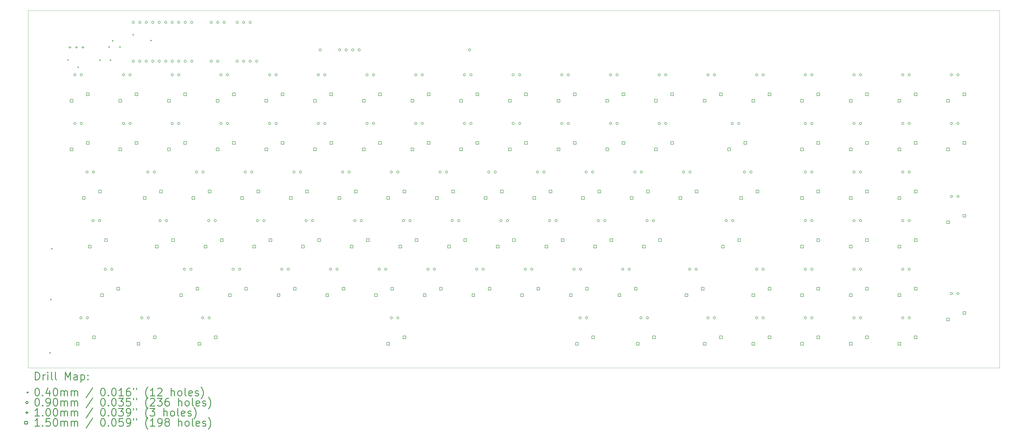
<source format=gbr>
%FSLAX45Y45*%
G04 Gerber Fmt 4.5, Leading zero omitted, Abs format (unit mm)*
G04 Created by KiCad (PCBNEW (5.0.0)) date 11/22/18 23:54:33*
%MOMM*%
%LPD*%
G01*
G04 APERTURE LIST*
%ADD10C,0.100000*%
%ADD11C,0.200000*%
%ADD12C,0.300000*%
G04 APERTURE END LIST*
D10*
X43000000Y-4700000D02*
X37000000Y-4700000D01*
X43000000Y-18700000D02*
X43000000Y-4700000D01*
X37000000Y-18700000D02*
X43000000Y-18700000D01*
X5000000Y-4700000D02*
X5000000Y-18700000D01*
X5000000Y-4700000D02*
X37000000Y-4700000D01*
X6000000Y-18700000D02*
X37000000Y-18700000D01*
X6000000Y-18700000D02*
X5000000Y-18700000D01*
D11*
X5840300Y-18091100D02*
X5880300Y-18131100D01*
X5880300Y-18091100D02*
X5840300Y-18131100D01*
X5869000Y-16000300D02*
X5909000Y-16040300D01*
X5909000Y-16000300D02*
X5869000Y-16040300D01*
X5903801Y-14014400D02*
X5943801Y-14054400D01*
X5943801Y-14014400D02*
X5903801Y-14054400D01*
X6545150Y-6616650D02*
X6585150Y-6656650D01*
X6585150Y-6616650D02*
X6545150Y-6656650D01*
X6938850Y-6902400D02*
X6978850Y-6942400D01*
X6978850Y-6902400D02*
X6938850Y-6942400D01*
X7796100Y-6623000D02*
X7836100Y-6663000D01*
X7836100Y-6623000D02*
X7796100Y-6663000D01*
X8151700Y-6102300D02*
X8191700Y-6142300D01*
X8191700Y-6102300D02*
X8151700Y-6142300D01*
X8202500Y-6623000D02*
X8242500Y-6663000D01*
X8242500Y-6623000D02*
X8202500Y-6663000D01*
X8289800Y-5859400D02*
X8329800Y-5899400D01*
X8329800Y-5859400D02*
X8289800Y-5899400D01*
X8570800Y-6102300D02*
X8610800Y-6142300D01*
X8610800Y-6102300D02*
X8570800Y-6142300D01*
X9091500Y-5626050D02*
X9131500Y-5666050D01*
X9131500Y-5626050D02*
X9091500Y-5666050D01*
X9783650Y-5848300D02*
X9823650Y-5888300D01*
X9823650Y-5848300D02*
X9783650Y-5888300D01*
X12585500Y-9119500D02*
G75*
G03X12585500Y-9119500I-45000J0D01*
G01*
X12839500Y-9119500D02*
G75*
G03X12839500Y-9119500I-45000J0D01*
G01*
X41160500Y-11977000D02*
G75*
G03X41160500Y-11977000I-45000J0D01*
G01*
X41414500Y-11977000D02*
G75*
G03X41414500Y-11977000I-45000J0D01*
G01*
X8061125Y-14834500D02*
G75*
G03X8061125Y-14834500I-45000J0D01*
G01*
X8315125Y-14834500D02*
G75*
G03X8315125Y-14834500I-45000J0D01*
G01*
X18776750Y-14834500D02*
G75*
G03X18776750Y-14834500I-45000J0D01*
G01*
X19030750Y-14834500D02*
G75*
G03X19030750Y-14834500I-45000J0D01*
G01*
X20205500Y-7214500D02*
G75*
G03X20205500Y-7214500I-45000J0D01*
G01*
X20459500Y-7214500D02*
G75*
G03X20459500Y-7214500I-45000J0D01*
G01*
X39255500Y-9119500D02*
G75*
G03X39255500Y-9119500I-45000J0D01*
G01*
X39509500Y-9119500D02*
G75*
G03X39509500Y-9119500I-45000J0D01*
G01*
X20681750Y-14834500D02*
G75*
G03X20681750Y-14834500I-45000J0D01*
G01*
X20935750Y-14834500D02*
G75*
G03X20935750Y-14834500I-45000J0D01*
G01*
X10680500Y-9119500D02*
G75*
G03X10680500Y-9119500I-45000J0D01*
G01*
X10934500Y-9119500D02*
G75*
G03X10934500Y-9119500I-45000J0D01*
G01*
X24015500Y-9119500D02*
G75*
G03X24015500Y-9119500I-45000J0D01*
G01*
X24269500Y-9119500D02*
G75*
G03X24269500Y-9119500I-45000J0D01*
G01*
X33540500Y-16739500D02*
G75*
G03X33540500Y-16739500I-45000J0D01*
G01*
X33794500Y-16739500D02*
G75*
G03X33794500Y-16739500I-45000J0D01*
G01*
X18300500Y-7214500D02*
G75*
G03X18300500Y-7214500I-45000J0D01*
G01*
X18554500Y-7214500D02*
G75*
G03X18554500Y-7214500I-45000J0D01*
G01*
X25444250Y-12929500D02*
G75*
G03X25444250Y-12929500I-45000J0D01*
G01*
X25698250Y-12929500D02*
G75*
G03X25698250Y-12929500I-45000J0D01*
G01*
X39255500Y-14834500D02*
G75*
G03X39255500Y-14834500I-45000J0D01*
G01*
X39509500Y-14834500D02*
G75*
G03X39509500Y-14834500I-45000J0D01*
G01*
X8775500Y-7214500D02*
G75*
G03X8775500Y-7214500I-45000J0D01*
G01*
X9029500Y-7214500D02*
G75*
G03X9029500Y-7214500I-45000J0D01*
G01*
X39255500Y-16739500D02*
G75*
G03X39255500Y-16739500I-45000J0D01*
G01*
X39509500Y-16739500D02*
G75*
G03X39509500Y-16739500I-45000J0D01*
G01*
X11871125Y-16739500D02*
G75*
G03X11871125Y-16739500I-45000J0D01*
G01*
X12125125Y-16739500D02*
G75*
G03X12125125Y-16739500I-45000J0D01*
G01*
X32588000Y-9119500D02*
G75*
G03X32588000Y-9119500I-45000J0D01*
G01*
X32842000Y-9119500D02*
G75*
G03X32842000Y-9119500I-45000J0D01*
G01*
X24491750Y-14834500D02*
G75*
G03X24491750Y-14834500I-45000J0D01*
G01*
X24745750Y-14834500D02*
G75*
G03X24745750Y-14834500I-45000J0D01*
G01*
X25920500Y-7214500D02*
G75*
G03X25920500Y-7214500I-45000J0D01*
G01*
X26174500Y-7214500D02*
G75*
G03X26174500Y-7214500I-45000J0D01*
G01*
X23539250Y-12929500D02*
G75*
G03X23539250Y-12929500I-45000J0D01*
G01*
X23793250Y-12929500D02*
G75*
G03X23793250Y-12929500I-45000J0D01*
G01*
X37350500Y-9119500D02*
G75*
G03X37350500Y-9119500I-45000J0D01*
G01*
X37604500Y-9119500D02*
G75*
G03X37604500Y-9119500I-45000J0D01*
G01*
X28778000Y-11024500D02*
G75*
G03X28778000Y-11024500I-45000J0D01*
G01*
X29032000Y-11024500D02*
G75*
G03X29032000Y-11024500I-45000J0D01*
G01*
X37350500Y-14834500D02*
G75*
G03X37350500Y-14834500I-45000J0D01*
G01*
X37604500Y-14834500D02*
G75*
G03X37604500Y-14834500I-45000J0D01*
G01*
X24015500Y-7214500D02*
G75*
G03X24015500Y-7214500I-45000J0D01*
G01*
X24269500Y-7214500D02*
G75*
G03X24269500Y-7214500I-45000J0D01*
G01*
X37350500Y-7214500D02*
G75*
G03X37350500Y-7214500I-45000J0D01*
G01*
X37604500Y-7214500D02*
G75*
G03X37604500Y-7214500I-45000J0D01*
G01*
X14966750Y-14834500D02*
G75*
G03X14966750Y-14834500I-45000J0D01*
G01*
X15220750Y-14834500D02*
G75*
G03X15220750Y-14834500I-45000J0D01*
G01*
X22110500Y-7214500D02*
G75*
G03X22110500Y-7214500I-45000J0D01*
G01*
X22364500Y-7214500D02*
G75*
G03X22364500Y-7214500I-45000J0D01*
G01*
X35445500Y-14834500D02*
G75*
G03X35445500Y-14834500I-45000J0D01*
G01*
X35699500Y-14834500D02*
G75*
G03X35699500Y-14834500I-45000J0D01*
G01*
X7108625Y-16739500D02*
G75*
G03X7108625Y-16739500I-45000J0D01*
G01*
X7362625Y-16739500D02*
G75*
G03X7362625Y-16739500I-45000J0D01*
G01*
X19253000Y-16739500D02*
G75*
G03X19253000Y-16739500I-45000J0D01*
G01*
X19507000Y-16739500D02*
G75*
G03X19507000Y-16739500I-45000J0D01*
G01*
X14014250Y-12929500D02*
G75*
G03X14014250Y-12929500I-45000J0D01*
G01*
X14268250Y-12929500D02*
G75*
G03X14268250Y-12929500I-45000J0D01*
G01*
X6870500Y-9119500D02*
G75*
G03X6870500Y-9119500I-45000J0D01*
G01*
X7124500Y-9119500D02*
G75*
G03X7124500Y-9119500I-45000J0D01*
G01*
X8775500Y-9119500D02*
G75*
G03X8775500Y-9119500I-45000J0D01*
G01*
X9029500Y-9119500D02*
G75*
G03X9029500Y-9119500I-45000J0D01*
G01*
X21158000Y-11024500D02*
G75*
G03X21158000Y-11024500I-45000J0D01*
G01*
X21412000Y-11024500D02*
G75*
G03X21412000Y-11024500I-45000J0D01*
G01*
X6870500Y-7214500D02*
G75*
G03X6870500Y-7214500I-45000J0D01*
G01*
X7124500Y-7214500D02*
G75*
G03X7124500Y-7214500I-45000J0D01*
G01*
X37350500Y-12929500D02*
G75*
G03X37350500Y-12929500I-45000J0D01*
G01*
X37604500Y-12929500D02*
G75*
G03X37604500Y-12929500I-45000J0D01*
G01*
X15919250Y-12929500D02*
G75*
G03X15919250Y-12929500I-45000J0D01*
G01*
X16173250Y-12929500D02*
G75*
G03X16173250Y-12929500I-45000J0D01*
G01*
X37350500Y-16739500D02*
G75*
G03X37350500Y-16739500I-45000J0D01*
G01*
X37604500Y-16739500D02*
G75*
G03X37604500Y-16739500I-45000J0D01*
G01*
X14490500Y-9119500D02*
G75*
G03X14490500Y-9119500I-45000J0D01*
G01*
X14744500Y-9119500D02*
G75*
G03X14744500Y-9119500I-45000J0D01*
G01*
X27825500Y-7214500D02*
G75*
G03X27825500Y-7214500I-45000J0D01*
G01*
X28079500Y-7214500D02*
G75*
G03X28079500Y-7214500I-45000J0D01*
G01*
X31635500Y-7214500D02*
G75*
G03X31635500Y-7214500I-45000J0D01*
G01*
X31889500Y-7214500D02*
G75*
G03X31889500Y-7214500I-45000J0D01*
G01*
X16468000Y-6236600D02*
G75*
G03X16468000Y-6236600I-45000J0D01*
G01*
X17230000Y-6236600D02*
G75*
G03X17230000Y-6236600I-45000J0D01*
G01*
X17484000Y-6236600D02*
G75*
G03X17484000Y-6236600I-45000J0D01*
G01*
X17738000Y-6236600D02*
G75*
G03X17738000Y-6236600I-45000J0D01*
G01*
X17992000Y-6236600D02*
G75*
G03X17992000Y-6236600I-45000J0D01*
G01*
X22310000Y-6236600D02*
G75*
G03X22310000Y-6236600I-45000J0D01*
G01*
X33064250Y-11024500D02*
G75*
G03X33064250Y-11024500I-45000J0D01*
G01*
X33318250Y-11024500D02*
G75*
G03X33318250Y-11024500I-45000J0D01*
G01*
X26634875Y-16739500D02*
G75*
G03X26634875Y-16739500I-45000J0D01*
G01*
X26888875Y-16739500D02*
G75*
G03X26888875Y-16739500I-45000J0D01*
G01*
X26396750Y-14834500D02*
G75*
G03X26396750Y-14834500I-45000J0D01*
G01*
X26650750Y-14834500D02*
G75*
G03X26650750Y-14834500I-45000J0D01*
G01*
X19729250Y-12929500D02*
G75*
G03X19729250Y-12929500I-45000J0D01*
G01*
X19983250Y-12929500D02*
G75*
G03X19983250Y-12929500I-45000J0D01*
G01*
X24968000Y-11024500D02*
G75*
G03X24968000Y-11024500I-45000J0D01*
G01*
X25222000Y-11024500D02*
G75*
G03X25222000Y-11024500I-45000J0D01*
G01*
X11156750Y-14834500D02*
G75*
G03X11156750Y-14834500I-45000J0D01*
G01*
X11410750Y-14834500D02*
G75*
G03X11410750Y-14834500I-45000J0D01*
G01*
X10680500Y-7214500D02*
G75*
G03X10680500Y-7214500I-45000J0D01*
G01*
X10934500Y-7214500D02*
G75*
G03X10934500Y-7214500I-45000J0D01*
G01*
X35445500Y-11024500D02*
G75*
G03X35445500Y-11024500I-45000J0D01*
G01*
X35699500Y-11024500D02*
G75*
G03X35699500Y-11024500I-45000J0D01*
G01*
X16395500Y-9119500D02*
G75*
G03X16395500Y-9119500I-45000J0D01*
G01*
X16649500Y-9119500D02*
G75*
G03X16649500Y-9119500I-45000J0D01*
G01*
X39255500Y-7214500D02*
G75*
G03X39255500Y-7214500I-45000J0D01*
G01*
X39509500Y-7214500D02*
G75*
G03X39509500Y-7214500I-45000J0D01*
G01*
X20205500Y-9119500D02*
G75*
G03X20205500Y-9119500I-45000J0D01*
G01*
X20459500Y-9119500D02*
G75*
G03X20459500Y-9119500I-45000J0D01*
G01*
X18300500Y-9119500D02*
G75*
G03X18300500Y-9119500I-45000J0D01*
G01*
X18554500Y-9119500D02*
G75*
G03X18554500Y-9119500I-45000J0D01*
G01*
X7584875Y-12929500D02*
G75*
G03X7584875Y-12929500I-45000J0D01*
G01*
X7838875Y-12929500D02*
G75*
G03X7838875Y-12929500I-45000J0D01*
G01*
X10204250Y-12929500D02*
G75*
G03X10204250Y-12929500I-45000J0D01*
G01*
X10458250Y-12929500D02*
G75*
G03X10458250Y-12929500I-45000J0D01*
G01*
X9489875Y-16739500D02*
G75*
G03X9489875Y-16739500I-45000J0D01*
G01*
X9743875Y-16739500D02*
G75*
G03X9743875Y-16739500I-45000J0D01*
G01*
X35445500Y-16739500D02*
G75*
G03X35445500Y-16739500I-45000J0D01*
G01*
X35699500Y-16739500D02*
G75*
G03X35699500Y-16739500I-45000J0D01*
G01*
X16871750Y-14834500D02*
G75*
G03X16871750Y-14834500I-45000J0D01*
G01*
X17125750Y-14834500D02*
G75*
G03X17125750Y-14834500I-45000J0D01*
G01*
X13538000Y-11024500D02*
G75*
G03X13538000Y-11024500I-45000J0D01*
G01*
X13792000Y-11024500D02*
G75*
G03X13792000Y-11024500I-45000J0D01*
G01*
X15443000Y-11024500D02*
G75*
G03X15443000Y-11024500I-45000J0D01*
G01*
X15697000Y-11024500D02*
G75*
G03X15697000Y-11024500I-45000J0D01*
G01*
X11633000Y-11024500D02*
G75*
G03X11633000Y-11024500I-45000J0D01*
G01*
X11887000Y-11024500D02*
G75*
G03X11887000Y-11024500I-45000J0D01*
G01*
X29254250Y-12929500D02*
G75*
G03X29254250Y-12929500I-45000J0D01*
G01*
X29508250Y-12929500D02*
G75*
G03X29508250Y-12929500I-45000J0D01*
G01*
X35445500Y-7214500D02*
G75*
G03X35445500Y-7214500I-45000J0D01*
G01*
X35699500Y-7214500D02*
G75*
G03X35699500Y-7214500I-45000J0D01*
G01*
X14490500Y-7214500D02*
G75*
G03X14490500Y-7214500I-45000J0D01*
G01*
X14744500Y-7214500D02*
G75*
G03X14744500Y-7214500I-45000J0D01*
G01*
X33540500Y-7214500D02*
G75*
G03X33540500Y-7214500I-45000J0D01*
G01*
X33794500Y-7214500D02*
G75*
G03X33794500Y-7214500I-45000J0D01*
G01*
X17824250Y-12929500D02*
G75*
G03X17824250Y-12929500I-45000J0D01*
G01*
X18078250Y-12929500D02*
G75*
G03X18078250Y-12929500I-45000J0D01*
G01*
X37350500Y-11024500D02*
G75*
G03X37350500Y-11024500I-45000J0D01*
G01*
X37604500Y-11024500D02*
G75*
G03X37604500Y-11024500I-45000J0D01*
G01*
X16395500Y-7214500D02*
G75*
G03X16395500Y-7214500I-45000J0D01*
G01*
X16649500Y-7214500D02*
G75*
G03X16649500Y-7214500I-45000J0D01*
G01*
X35445500Y-12929500D02*
G75*
G03X35445500Y-12929500I-45000J0D01*
G01*
X35699500Y-12929500D02*
G75*
G03X35699500Y-12929500I-45000J0D01*
G01*
X28301750Y-14834500D02*
G75*
G03X28301750Y-14834500I-45000J0D01*
G01*
X28555750Y-14834500D02*
G75*
G03X28555750Y-14834500I-45000J0D01*
G01*
X29016125Y-16739500D02*
G75*
G03X29016125Y-16739500I-45000J0D01*
G01*
X29270125Y-16739500D02*
G75*
G03X29270125Y-16739500I-45000J0D01*
G01*
X30921125Y-14834500D02*
G75*
G03X30921125Y-14834500I-45000J0D01*
G01*
X31175125Y-14834500D02*
G75*
G03X31175125Y-14834500I-45000J0D01*
G01*
X33540500Y-14834500D02*
G75*
G03X33540500Y-14834500I-45000J0D01*
G01*
X33794500Y-14834500D02*
G75*
G03X33794500Y-14834500I-45000J0D01*
G01*
X25920500Y-9119500D02*
G75*
G03X25920500Y-9119500I-45000J0D01*
G01*
X26174500Y-9119500D02*
G75*
G03X26174500Y-9119500I-45000J0D01*
G01*
X22110500Y-9119500D02*
G75*
G03X22110500Y-9119500I-45000J0D01*
G01*
X22364500Y-9119500D02*
G75*
G03X22364500Y-9119500I-45000J0D01*
G01*
X22586750Y-14834500D02*
G75*
G03X22586750Y-14834500I-45000J0D01*
G01*
X22840750Y-14834500D02*
G75*
G03X22840750Y-14834500I-45000J0D01*
G01*
X17348000Y-11024500D02*
G75*
G03X17348000Y-11024500I-45000J0D01*
G01*
X17602000Y-11024500D02*
G75*
G03X17602000Y-11024500I-45000J0D01*
G01*
X26873000Y-11024500D02*
G75*
G03X26873000Y-11024500I-45000J0D01*
G01*
X27127000Y-11024500D02*
G75*
G03X27127000Y-11024500I-45000J0D01*
G01*
X19253000Y-11024500D02*
G75*
G03X19253000Y-11024500I-45000J0D01*
G01*
X19507000Y-11024500D02*
G75*
G03X19507000Y-11024500I-45000J0D01*
G01*
X27349250Y-12929500D02*
G75*
G03X27349250Y-12929500I-45000J0D01*
G01*
X27603250Y-12929500D02*
G75*
G03X27603250Y-12929500I-45000J0D01*
G01*
X30683000Y-11024500D02*
G75*
G03X30683000Y-11024500I-45000J0D01*
G01*
X30937000Y-11024500D02*
G75*
G03X30937000Y-11024500I-45000J0D01*
G01*
X41160500Y-9119500D02*
G75*
G03X41160500Y-9119500I-45000J0D01*
G01*
X41414500Y-9119500D02*
G75*
G03X41414500Y-9119500I-45000J0D01*
G01*
X29730500Y-7214500D02*
G75*
G03X29730500Y-7214500I-45000J0D01*
G01*
X29984500Y-7214500D02*
G75*
G03X29984500Y-7214500I-45000J0D01*
G01*
X39255500Y-12929500D02*
G75*
G03X39255500Y-12929500I-45000J0D01*
G01*
X39509500Y-12929500D02*
G75*
G03X39509500Y-12929500I-45000J0D01*
G01*
X9156500Y-5157100D02*
G75*
G03X9156500Y-5157100I-45000J0D01*
G01*
X9156500Y-6681100D02*
G75*
G03X9156500Y-6681100I-45000J0D01*
G01*
X9410500Y-5157100D02*
G75*
G03X9410500Y-5157100I-45000J0D01*
G01*
X9410500Y-6681100D02*
G75*
G03X9410500Y-6681100I-45000J0D01*
G01*
X9664500Y-5157100D02*
G75*
G03X9664500Y-5157100I-45000J0D01*
G01*
X9664500Y-6681100D02*
G75*
G03X9664500Y-6681100I-45000J0D01*
G01*
X9918500Y-5157100D02*
G75*
G03X9918500Y-5157100I-45000J0D01*
G01*
X9918500Y-6681100D02*
G75*
G03X9918500Y-6681100I-45000J0D01*
G01*
X10172500Y-5157100D02*
G75*
G03X10172500Y-5157100I-45000J0D01*
G01*
X10172500Y-6681100D02*
G75*
G03X10172500Y-6681100I-45000J0D01*
G01*
X10426500Y-5157100D02*
G75*
G03X10426500Y-5157100I-45000J0D01*
G01*
X10426500Y-6681100D02*
G75*
G03X10426500Y-6681100I-45000J0D01*
G01*
X10680500Y-5157100D02*
G75*
G03X10680500Y-5157100I-45000J0D01*
G01*
X10680500Y-6681100D02*
G75*
G03X10680500Y-6681100I-45000J0D01*
G01*
X10934500Y-5157100D02*
G75*
G03X10934500Y-5157100I-45000J0D01*
G01*
X10934500Y-6681100D02*
G75*
G03X10934500Y-6681100I-45000J0D01*
G01*
X11188500Y-5157100D02*
G75*
G03X11188500Y-5157100I-45000J0D01*
G01*
X11188500Y-6681100D02*
G75*
G03X11188500Y-6681100I-45000J0D01*
G01*
X11442500Y-5157100D02*
G75*
G03X11442500Y-5157100I-45000J0D01*
G01*
X11442500Y-6681100D02*
G75*
G03X11442500Y-6681100I-45000J0D01*
G01*
X12204500Y-5157100D02*
G75*
G03X12204500Y-5157100I-45000J0D01*
G01*
X12204500Y-6681100D02*
G75*
G03X12204500Y-6681100I-45000J0D01*
G01*
X12458500Y-5157100D02*
G75*
G03X12458500Y-5157100I-45000J0D01*
G01*
X12458500Y-6681100D02*
G75*
G03X12458500Y-6681100I-45000J0D01*
G01*
X12712500Y-5157100D02*
G75*
G03X12712500Y-5157100I-45000J0D01*
G01*
X13220500Y-5157100D02*
G75*
G03X13220500Y-5157100I-45000J0D01*
G01*
X13220500Y-6681100D02*
G75*
G03X13220500Y-6681100I-45000J0D01*
G01*
X13474500Y-5157100D02*
G75*
G03X13474500Y-5157100I-45000J0D01*
G01*
X13474500Y-6681100D02*
G75*
G03X13474500Y-6681100I-45000J0D01*
G01*
X13728500Y-5157100D02*
G75*
G03X13728500Y-5157100I-45000J0D01*
G01*
X13728500Y-6681100D02*
G75*
G03X13728500Y-6681100I-45000J0D01*
G01*
X13982500Y-6681100D02*
G75*
G03X13982500Y-6681100I-45000J0D01*
G01*
X12109250Y-12929500D02*
G75*
G03X12109250Y-12929500I-45000J0D01*
G01*
X12363250Y-12929500D02*
G75*
G03X12363250Y-12929500I-45000J0D01*
G01*
X41160500Y-15787000D02*
G75*
G03X41160500Y-15787000I-45000J0D01*
G01*
X41414500Y-15787000D02*
G75*
G03X41414500Y-15787000I-45000J0D01*
G01*
X32349875Y-12929500D02*
G75*
G03X32349875Y-12929500I-45000J0D01*
G01*
X32603875Y-12929500D02*
G75*
G03X32603875Y-12929500I-45000J0D01*
G01*
X7346750Y-11024500D02*
G75*
G03X7346750Y-11024500I-45000J0D01*
G01*
X7600750Y-11024500D02*
G75*
G03X7600750Y-11024500I-45000J0D01*
G01*
X29730500Y-9119500D02*
G75*
G03X29730500Y-9119500I-45000J0D01*
G01*
X29984500Y-9119500D02*
G75*
G03X29984500Y-9119500I-45000J0D01*
G01*
X13061750Y-14834500D02*
G75*
G03X13061750Y-14834500I-45000J0D01*
G01*
X13315750Y-14834500D02*
G75*
G03X13315750Y-14834500I-45000J0D01*
G01*
X23063000Y-11024500D02*
G75*
G03X23063000Y-11024500I-45000J0D01*
G01*
X23317000Y-11024500D02*
G75*
G03X23317000Y-11024500I-45000J0D01*
G01*
X35445500Y-9119500D02*
G75*
G03X35445500Y-9119500I-45000J0D01*
G01*
X35699500Y-9119500D02*
G75*
G03X35699500Y-9119500I-45000J0D01*
G01*
X21634250Y-12929500D02*
G75*
G03X21634250Y-12929500I-45000J0D01*
G01*
X21888250Y-12929500D02*
G75*
G03X21888250Y-12929500I-45000J0D01*
G01*
X41160500Y-7214500D02*
G75*
G03X41160500Y-7214500I-45000J0D01*
G01*
X41414500Y-7214500D02*
G75*
G03X41414500Y-7214500I-45000J0D01*
G01*
X9728000Y-11024500D02*
G75*
G03X9728000Y-11024500I-45000J0D01*
G01*
X9982000Y-11024500D02*
G75*
G03X9982000Y-11024500I-45000J0D01*
G01*
X27825500Y-9119500D02*
G75*
G03X27825500Y-9119500I-45000J0D01*
G01*
X28079500Y-9119500D02*
G75*
G03X28079500Y-9119500I-45000J0D01*
G01*
X31635500Y-16739500D02*
G75*
G03X31635500Y-16739500I-45000J0D01*
G01*
X31889500Y-16739500D02*
G75*
G03X31889500Y-16739500I-45000J0D01*
G01*
X12585500Y-7214500D02*
G75*
G03X12585500Y-7214500I-45000J0D01*
G01*
X12839500Y-7214500D02*
G75*
G03X12839500Y-7214500I-45000J0D01*
G01*
X39255500Y-11024500D02*
G75*
G03X39255500Y-11024500I-45000J0D01*
G01*
X39509500Y-11024500D02*
G75*
G03X39509500Y-11024500I-45000J0D01*
G01*
X7143000Y-6085000D02*
X7143000Y-6185000D01*
X7093000Y-6135000D02*
X7193000Y-6135000D01*
X6889000Y-6085000D02*
X6889000Y-6185000D01*
X6839000Y-6135000D02*
X6939000Y-6135000D01*
X6635000Y-6085000D02*
X6635000Y-6185000D01*
X6585000Y-6135000D02*
X6685000Y-6135000D01*
X27706484Y-8283484D02*
X27706484Y-8177516D01*
X27600516Y-8177516D01*
X27600516Y-8283484D01*
X27706484Y-8283484D01*
X28341484Y-8029484D02*
X28341484Y-7923516D01*
X28235516Y-7923516D01*
X28235516Y-8029484D01*
X28341484Y-8029484D01*
X31516484Y-8283484D02*
X31516484Y-8177516D01*
X31410516Y-8177516D01*
X31410516Y-8283484D01*
X31516484Y-8283484D01*
X32151484Y-8029484D02*
X32151484Y-7923516D01*
X32045516Y-7923516D01*
X32045516Y-8029484D01*
X32151484Y-8029484D01*
X32945234Y-12093484D02*
X32945234Y-11987516D01*
X32839266Y-11987516D01*
X32839266Y-12093484D01*
X32945234Y-12093484D01*
X33580234Y-11839484D02*
X33580234Y-11733516D01*
X33474266Y-11733516D01*
X33474266Y-11839484D01*
X33580234Y-11839484D01*
X26515859Y-17808484D02*
X26515859Y-17702516D01*
X26409891Y-17702516D01*
X26409891Y-17808484D01*
X26515859Y-17808484D01*
X27150859Y-17554484D02*
X27150859Y-17448516D01*
X27044891Y-17448516D01*
X27044891Y-17554484D01*
X27150859Y-17554484D01*
X26277734Y-15903484D02*
X26277734Y-15797516D01*
X26171766Y-15797516D01*
X26171766Y-15903484D01*
X26277734Y-15903484D01*
X26912734Y-15649484D02*
X26912734Y-15543516D01*
X26806766Y-15543516D01*
X26806766Y-15649484D01*
X26912734Y-15649484D01*
X19610234Y-13998484D02*
X19610234Y-13892516D01*
X19504266Y-13892516D01*
X19504266Y-13998484D01*
X19610234Y-13998484D01*
X20245234Y-13744484D02*
X20245234Y-13638516D01*
X20139266Y-13638516D01*
X20139266Y-13744484D01*
X20245234Y-13744484D01*
X24848984Y-12093484D02*
X24848984Y-11987516D01*
X24743016Y-11987516D01*
X24743016Y-12093484D01*
X24848984Y-12093484D01*
X25483984Y-11839484D02*
X25483984Y-11733516D01*
X25378016Y-11733516D01*
X25378016Y-11839484D01*
X25483984Y-11839484D01*
X11037734Y-15903484D02*
X11037734Y-15797516D01*
X10931766Y-15797516D01*
X10931766Y-15903484D01*
X11037734Y-15903484D01*
X11672734Y-15649484D02*
X11672734Y-15543516D01*
X11566766Y-15543516D01*
X11566766Y-15649484D01*
X11672734Y-15649484D01*
X10561484Y-8283484D02*
X10561484Y-8177516D01*
X10455516Y-8177516D01*
X10455516Y-8283484D01*
X10561484Y-8283484D01*
X11196484Y-8029484D02*
X11196484Y-7923516D01*
X11090516Y-7923516D01*
X11090516Y-8029484D01*
X11196484Y-8029484D01*
X35326484Y-12093484D02*
X35326484Y-11987516D01*
X35220516Y-11987516D01*
X35220516Y-12093484D01*
X35326484Y-12093484D01*
X35961484Y-11839484D02*
X35961484Y-11733516D01*
X35855516Y-11733516D01*
X35855516Y-11839484D01*
X35961484Y-11839484D01*
X16276484Y-10188484D02*
X16276484Y-10082516D01*
X16170516Y-10082516D01*
X16170516Y-10188484D01*
X16276484Y-10188484D01*
X16911484Y-9934484D02*
X16911484Y-9828516D01*
X16805516Y-9828516D01*
X16805516Y-9934484D01*
X16911484Y-9934484D01*
X39136484Y-8283484D02*
X39136484Y-8177516D01*
X39030516Y-8177516D01*
X39030516Y-8283484D01*
X39136484Y-8283484D01*
X39771484Y-8029484D02*
X39771484Y-7923516D01*
X39665516Y-7923516D01*
X39665516Y-8029484D01*
X39771484Y-8029484D01*
X20086484Y-10188484D02*
X20086484Y-10082516D01*
X19980516Y-10082516D01*
X19980516Y-10188484D01*
X20086484Y-10188484D01*
X20721484Y-9934484D02*
X20721484Y-9828516D01*
X20615516Y-9828516D01*
X20615516Y-9934484D01*
X20721484Y-9934484D01*
X18181484Y-10188484D02*
X18181484Y-10082516D01*
X18075516Y-10082516D01*
X18075516Y-10188484D01*
X18181484Y-10188484D01*
X18816484Y-9934484D02*
X18816484Y-9828516D01*
X18710516Y-9828516D01*
X18710516Y-9934484D01*
X18816484Y-9934484D01*
X7465859Y-13998484D02*
X7465859Y-13892516D01*
X7359891Y-13892516D01*
X7359891Y-13998484D01*
X7465859Y-13998484D01*
X8100859Y-13744484D02*
X8100859Y-13638516D01*
X7994891Y-13638516D01*
X7994891Y-13744484D01*
X8100859Y-13744484D01*
X10085234Y-13998484D02*
X10085234Y-13892516D01*
X9979266Y-13892516D01*
X9979266Y-13998484D01*
X10085234Y-13998484D01*
X10720234Y-13744484D02*
X10720234Y-13638516D01*
X10614266Y-13638516D01*
X10614266Y-13744484D01*
X10720234Y-13744484D01*
X9370859Y-17808484D02*
X9370859Y-17702516D01*
X9264891Y-17702516D01*
X9264891Y-17808484D01*
X9370859Y-17808484D01*
X10005859Y-17554484D02*
X10005859Y-17448516D01*
X9899891Y-17448516D01*
X9899891Y-17554484D01*
X10005859Y-17554484D01*
X35326484Y-17808484D02*
X35326484Y-17702516D01*
X35220516Y-17702516D01*
X35220516Y-17808484D01*
X35326484Y-17808484D01*
X35961484Y-17554484D02*
X35961484Y-17448516D01*
X35855516Y-17448516D01*
X35855516Y-17554484D01*
X35961484Y-17554484D01*
X16752734Y-15903484D02*
X16752734Y-15797516D01*
X16646766Y-15797516D01*
X16646766Y-15903484D01*
X16752734Y-15903484D01*
X17387734Y-15649484D02*
X17387734Y-15543516D01*
X17281766Y-15543516D01*
X17281766Y-15649484D01*
X17387734Y-15649484D01*
X13418984Y-12093484D02*
X13418984Y-11987516D01*
X13313016Y-11987516D01*
X13313016Y-12093484D01*
X13418984Y-12093484D01*
X14053984Y-11839484D02*
X14053984Y-11733516D01*
X13948016Y-11733516D01*
X13948016Y-11839484D01*
X14053984Y-11839484D01*
X15323984Y-12093484D02*
X15323984Y-11987516D01*
X15218016Y-11987516D01*
X15218016Y-12093484D01*
X15323984Y-12093484D01*
X15958984Y-11839484D02*
X15958984Y-11733516D01*
X15853016Y-11733516D01*
X15853016Y-11839484D01*
X15958984Y-11839484D01*
X11513984Y-12093484D02*
X11513984Y-11987516D01*
X11408016Y-11987516D01*
X11408016Y-12093484D01*
X11513984Y-12093484D01*
X12148984Y-11839484D02*
X12148984Y-11733516D01*
X12043016Y-11733516D01*
X12043016Y-11839484D01*
X12148984Y-11839484D01*
X29135234Y-13998484D02*
X29135234Y-13892516D01*
X29029266Y-13892516D01*
X29029266Y-13998484D01*
X29135234Y-13998484D01*
X29770234Y-13744484D02*
X29770234Y-13638516D01*
X29664266Y-13638516D01*
X29664266Y-13744484D01*
X29770234Y-13744484D01*
X35326484Y-8283484D02*
X35326484Y-8177516D01*
X35220516Y-8177516D01*
X35220516Y-8283484D01*
X35326484Y-8283484D01*
X35961484Y-8029484D02*
X35961484Y-7923516D01*
X35855516Y-7923516D01*
X35855516Y-8029484D01*
X35961484Y-8029484D01*
X14371484Y-8283484D02*
X14371484Y-8177516D01*
X14265516Y-8177516D01*
X14265516Y-8283484D01*
X14371484Y-8283484D01*
X15006484Y-8029484D02*
X15006484Y-7923516D01*
X14900516Y-7923516D01*
X14900516Y-8029484D01*
X15006484Y-8029484D01*
X33421484Y-8283484D02*
X33421484Y-8177516D01*
X33315516Y-8177516D01*
X33315516Y-8283484D01*
X33421484Y-8283484D01*
X34056484Y-8029484D02*
X34056484Y-7923516D01*
X33950516Y-7923516D01*
X33950516Y-8029484D01*
X34056484Y-8029484D01*
X17705234Y-13998484D02*
X17705234Y-13892516D01*
X17599266Y-13892516D01*
X17599266Y-13998484D01*
X17705234Y-13998484D01*
X18340234Y-13744484D02*
X18340234Y-13638516D01*
X18234266Y-13638516D01*
X18234266Y-13744484D01*
X18340234Y-13744484D01*
X37231484Y-12093484D02*
X37231484Y-11987516D01*
X37125516Y-11987516D01*
X37125516Y-12093484D01*
X37231484Y-12093484D01*
X37866484Y-11839484D02*
X37866484Y-11733516D01*
X37760516Y-11733516D01*
X37760516Y-11839484D01*
X37866484Y-11839484D01*
X16276484Y-8283484D02*
X16276484Y-8177516D01*
X16170516Y-8177516D01*
X16170516Y-8283484D01*
X16276484Y-8283484D01*
X16911484Y-8029484D02*
X16911484Y-7923516D01*
X16805516Y-7923516D01*
X16805516Y-8029484D01*
X16911484Y-8029484D01*
X35326484Y-13998484D02*
X35326484Y-13892516D01*
X35220516Y-13892516D01*
X35220516Y-13998484D01*
X35326484Y-13998484D01*
X35961484Y-13744484D02*
X35961484Y-13638516D01*
X35855516Y-13638516D01*
X35855516Y-13744484D01*
X35961484Y-13744484D01*
X28182734Y-15903484D02*
X28182734Y-15797516D01*
X28076766Y-15797516D01*
X28076766Y-15903484D01*
X28182734Y-15903484D01*
X28817734Y-15649484D02*
X28817734Y-15543516D01*
X28711766Y-15543516D01*
X28711766Y-15649484D01*
X28817734Y-15649484D01*
X28897109Y-17808484D02*
X28897109Y-17702516D01*
X28791141Y-17702516D01*
X28791141Y-17808484D01*
X28897109Y-17808484D01*
X29532109Y-17554484D02*
X29532109Y-17448516D01*
X29426141Y-17448516D01*
X29426141Y-17554484D01*
X29532109Y-17554484D01*
X30802109Y-15903484D02*
X30802109Y-15797516D01*
X30696141Y-15797516D01*
X30696141Y-15903484D01*
X30802109Y-15903484D01*
X31437109Y-15649484D02*
X31437109Y-15543516D01*
X31331141Y-15543516D01*
X31331141Y-15649484D01*
X31437109Y-15649484D01*
X33421484Y-15903484D02*
X33421484Y-15797516D01*
X33315516Y-15797516D01*
X33315516Y-15903484D01*
X33421484Y-15903484D01*
X34056484Y-15649484D02*
X34056484Y-15543516D01*
X33950516Y-15543516D01*
X33950516Y-15649484D01*
X34056484Y-15649484D01*
X25801484Y-10188484D02*
X25801484Y-10082516D01*
X25695516Y-10082516D01*
X25695516Y-10188484D01*
X25801484Y-10188484D01*
X26436484Y-9934484D02*
X26436484Y-9828516D01*
X26330516Y-9828516D01*
X26330516Y-9934484D01*
X26436484Y-9934484D01*
X21991484Y-10188484D02*
X21991484Y-10082516D01*
X21885516Y-10082516D01*
X21885516Y-10188484D01*
X21991484Y-10188484D01*
X22626484Y-9934484D02*
X22626484Y-9828516D01*
X22520516Y-9828516D01*
X22520516Y-9934484D01*
X22626484Y-9934484D01*
X22467734Y-15903484D02*
X22467734Y-15797516D01*
X22361766Y-15797516D01*
X22361766Y-15903484D01*
X22467734Y-15903484D01*
X23102734Y-15649484D02*
X23102734Y-15543516D01*
X22996766Y-15543516D01*
X22996766Y-15649484D01*
X23102734Y-15649484D01*
X17228984Y-12093484D02*
X17228984Y-11987516D01*
X17123016Y-11987516D01*
X17123016Y-12093484D01*
X17228984Y-12093484D01*
X17863984Y-11839484D02*
X17863984Y-11733516D01*
X17758016Y-11733516D01*
X17758016Y-11839484D01*
X17863984Y-11839484D01*
X26753984Y-12093484D02*
X26753984Y-11987516D01*
X26648016Y-11987516D01*
X26648016Y-12093484D01*
X26753984Y-12093484D01*
X27388984Y-11839484D02*
X27388984Y-11733516D01*
X27283016Y-11733516D01*
X27283016Y-11839484D01*
X27388984Y-11839484D01*
X19133984Y-12093484D02*
X19133984Y-11987516D01*
X19028016Y-11987516D01*
X19028016Y-12093484D01*
X19133984Y-12093484D01*
X19768984Y-11839484D02*
X19768984Y-11733516D01*
X19663016Y-11733516D01*
X19663016Y-11839484D01*
X19768984Y-11839484D01*
X27230234Y-13998484D02*
X27230234Y-13892516D01*
X27124266Y-13892516D01*
X27124266Y-13998484D01*
X27230234Y-13998484D01*
X27865234Y-13744484D02*
X27865234Y-13638516D01*
X27759266Y-13638516D01*
X27759266Y-13744484D01*
X27865234Y-13744484D01*
X30563984Y-12093484D02*
X30563984Y-11987516D01*
X30458016Y-11987516D01*
X30458016Y-12093484D01*
X30563984Y-12093484D01*
X31198984Y-11839484D02*
X31198984Y-11733516D01*
X31093016Y-11733516D01*
X31093016Y-11839484D01*
X31198984Y-11839484D01*
X41041484Y-10188484D02*
X41041484Y-10082516D01*
X40935516Y-10082516D01*
X40935516Y-10188484D01*
X41041484Y-10188484D01*
X41676484Y-9934484D02*
X41676484Y-9828516D01*
X41570516Y-9828516D01*
X41570516Y-9934484D01*
X41676484Y-9934484D01*
X29611484Y-8283484D02*
X29611484Y-8177516D01*
X29505516Y-8177516D01*
X29505516Y-8283484D01*
X29611484Y-8283484D01*
X30246484Y-8029484D02*
X30246484Y-7923516D01*
X30140516Y-7923516D01*
X30140516Y-8029484D01*
X30246484Y-8029484D01*
X39136484Y-13998484D02*
X39136484Y-13892516D01*
X39030516Y-13892516D01*
X39030516Y-13998484D01*
X39136484Y-13998484D01*
X39771484Y-13744484D02*
X39771484Y-13638516D01*
X39665516Y-13638516D01*
X39665516Y-13744484D01*
X39771484Y-13744484D01*
X11990234Y-13998484D02*
X11990234Y-13892516D01*
X11884266Y-13892516D01*
X11884266Y-13998484D01*
X11990234Y-13998484D01*
X12625234Y-13744484D02*
X12625234Y-13638516D01*
X12519266Y-13638516D01*
X12519266Y-13744484D01*
X12625234Y-13744484D01*
X41041484Y-16855984D02*
X41041484Y-16750016D01*
X40935516Y-16750016D01*
X40935516Y-16855984D01*
X41041484Y-16855984D01*
X41676484Y-16601984D02*
X41676484Y-16496016D01*
X41570516Y-16496016D01*
X41570516Y-16601984D01*
X41676484Y-16601984D01*
X32230859Y-13998484D02*
X32230859Y-13892516D01*
X32124891Y-13892516D01*
X32124891Y-13998484D01*
X32230859Y-13998484D01*
X32865859Y-13744484D02*
X32865859Y-13638516D01*
X32759891Y-13638516D01*
X32759891Y-13744484D01*
X32865859Y-13744484D01*
X7227734Y-12093484D02*
X7227734Y-11987516D01*
X7121766Y-11987516D01*
X7121766Y-12093484D01*
X7227734Y-12093484D01*
X7862734Y-11839484D02*
X7862734Y-11733516D01*
X7756766Y-11733516D01*
X7756766Y-11839484D01*
X7862734Y-11839484D01*
X29611484Y-10188484D02*
X29611484Y-10082516D01*
X29505516Y-10082516D01*
X29505516Y-10188484D01*
X29611484Y-10188484D01*
X30246484Y-9934484D02*
X30246484Y-9828516D01*
X30140516Y-9828516D01*
X30140516Y-9934484D01*
X30246484Y-9934484D01*
X12942734Y-15903484D02*
X12942734Y-15797516D01*
X12836766Y-15797516D01*
X12836766Y-15903484D01*
X12942734Y-15903484D01*
X13577734Y-15649484D02*
X13577734Y-15543516D01*
X13471766Y-15543516D01*
X13471766Y-15649484D01*
X13577734Y-15649484D01*
X22943984Y-12093484D02*
X22943984Y-11987516D01*
X22838016Y-11987516D01*
X22838016Y-12093484D01*
X22943984Y-12093484D01*
X23578984Y-11839484D02*
X23578984Y-11733516D01*
X23473016Y-11733516D01*
X23473016Y-11839484D01*
X23578984Y-11839484D01*
X35326484Y-10188484D02*
X35326484Y-10082516D01*
X35220516Y-10082516D01*
X35220516Y-10188484D01*
X35326484Y-10188484D01*
X35961484Y-9934484D02*
X35961484Y-9828516D01*
X35855516Y-9828516D01*
X35855516Y-9934484D01*
X35961484Y-9934484D01*
X21515234Y-13998484D02*
X21515234Y-13892516D01*
X21409266Y-13892516D01*
X21409266Y-13998484D01*
X21515234Y-13998484D01*
X22150234Y-13744484D02*
X22150234Y-13638516D01*
X22044266Y-13638516D01*
X22044266Y-13744484D01*
X22150234Y-13744484D01*
X41041484Y-8283484D02*
X41041484Y-8177516D01*
X40935516Y-8177516D01*
X40935516Y-8283484D01*
X41041484Y-8283484D01*
X41676484Y-8029484D02*
X41676484Y-7923516D01*
X41570516Y-7923516D01*
X41570516Y-8029484D01*
X41676484Y-8029484D01*
X9608984Y-12093484D02*
X9608984Y-11987516D01*
X9503016Y-11987516D01*
X9503016Y-12093484D01*
X9608984Y-12093484D01*
X10243984Y-11839484D02*
X10243984Y-11733516D01*
X10138016Y-11733516D01*
X10138016Y-11839484D01*
X10243984Y-11839484D01*
X27706484Y-10188484D02*
X27706484Y-10082516D01*
X27600516Y-10082516D01*
X27600516Y-10188484D01*
X27706484Y-10188484D01*
X28341484Y-9934484D02*
X28341484Y-9828516D01*
X28235516Y-9828516D01*
X28235516Y-9934484D01*
X28341484Y-9934484D01*
X31516484Y-17808484D02*
X31516484Y-17702516D01*
X31410516Y-17702516D01*
X31410516Y-17808484D01*
X31516484Y-17808484D01*
X32151484Y-17554484D02*
X32151484Y-17448516D01*
X32045516Y-17448516D01*
X32045516Y-17554484D01*
X32151484Y-17554484D01*
X12466484Y-8283484D02*
X12466484Y-8177516D01*
X12360516Y-8177516D01*
X12360516Y-8283484D01*
X12466484Y-8283484D01*
X13101484Y-8029484D02*
X13101484Y-7923516D01*
X12995516Y-7923516D01*
X12995516Y-8029484D01*
X13101484Y-8029484D01*
X39136484Y-12093484D02*
X39136484Y-11987516D01*
X39030516Y-11987516D01*
X39030516Y-12093484D01*
X39136484Y-12093484D01*
X39771484Y-11839484D02*
X39771484Y-11733516D01*
X39665516Y-11733516D01*
X39665516Y-11839484D01*
X39771484Y-11839484D01*
X12466484Y-10188484D02*
X12466484Y-10082516D01*
X12360516Y-10082516D01*
X12360516Y-10188484D01*
X12466484Y-10188484D01*
X13101484Y-9934484D02*
X13101484Y-9828516D01*
X12995516Y-9828516D01*
X12995516Y-9934484D01*
X13101484Y-9934484D01*
X41041484Y-13045984D02*
X41041484Y-12940016D01*
X40935516Y-12940016D01*
X40935516Y-13045984D01*
X41041484Y-13045984D01*
X41676484Y-12791984D02*
X41676484Y-12686016D01*
X41570516Y-12686016D01*
X41570516Y-12791984D01*
X41676484Y-12791984D01*
X7942109Y-15903484D02*
X7942109Y-15797516D01*
X7836141Y-15797516D01*
X7836141Y-15903484D01*
X7942109Y-15903484D01*
X8577109Y-15649484D02*
X8577109Y-15543516D01*
X8471141Y-15543516D01*
X8471141Y-15649484D01*
X8577109Y-15649484D01*
X18657734Y-15903484D02*
X18657734Y-15797516D01*
X18551766Y-15797516D01*
X18551766Y-15903484D01*
X18657734Y-15903484D01*
X19292734Y-15649484D02*
X19292734Y-15543516D01*
X19186766Y-15543516D01*
X19186766Y-15649484D01*
X19292734Y-15649484D01*
X20086484Y-8283484D02*
X20086484Y-8177516D01*
X19980516Y-8177516D01*
X19980516Y-8283484D01*
X20086484Y-8283484D01*
X20721484Y-8029484D02*
X20721484Y-7923516D01*
X20615516Y-7923516D01*
X20615516Y-8029484D01*
X20721484Y-8029484D01*
X39136484Y-10188484D02*
X39136484Y-10082516D01*
X39030516Y-10082516D01*
X39030516Y-10188484D01*
X39136484Y-10188484D01*
X39771484Y-9934484D02*
X39771484Y-9828516D01*
X39665516Y-9828516D01*
X39665516Y-9934484D01*
X39771484Y-9934484D01*
X20562734Y-15903484D02*
X20562734Y-15797516D01*
X20456766Y-15797516D01*
X20456766Y-15903484D01*
X20562734Y-15903484D01*
X21197734Y-15649484D02*
X21197734Y-15543516D01*
X21091766Y-15543516D01*
X21091766Y-15649484D01*
X21197734Y-15649484D01*
X10561484Y-10188484D02*
X10561484Y-10082516D01*
X10455516Y-10082516D01*
X10455516Y-10188484D01*
X10561484Y-10188484D01*
X11196484Y-9934484D02*
X11196484Y-9828516D01*
X11090516Y-9828516D01*
X11090516Y-9934484D01*
X11196484Y-9934484D01*
X23896484Y-10188484D02*
X23896484Y-10082516D01*
X23790516Y-10082516D01*
X23790516Y-10188484D01*
X23896484Y-10188484D01*
X24531484Y-9934484D02*
X24531484Y-9828516D01*
X24425516Y-9828516D01*
X24425516Y-9934484D01*
X24531484Y-9934484D01*
X33421484Y-17808484D02*
X33421484Y-17702516D01*
X33315516Y-17702516D01*
X33315516Y-17808484D01*
X33421484Y-17808484D01*
X34056484Y-17554484D02*
X34056484Y-17448516D01*
X33950516Y-17448516D01*
X33950516Y-17554484D01*
X34056484Y-17554484D01*
X18181484Y-8283484D02*
X18181484Y-8177516D01*
X18075516Y-8177516D01*
X18075516Y-8283484D01*
X18181484Y-8283484D01*
X18816484Y-8029484D02*
X18816484Y-7923516D01*
X18710516Y-7923516D01*
X18710516Y-8029484D01*
X18816484Y-8029484D01*
X25325234Y-13998484D02*
X25325234Y-13892516D01*
X25219266Y-13892516D01*
X25219266Y-13998484D01*
X25325234Y-13998484D01*
X25960234Y-13744484D02*
X25960234Y-13638516D01*
X25854266Y-13638516D01*
X25854266Y-13744484D01*
X25960234Y-13744484D01*
X39136484Y-15903484D02*
X39136484Y-15797516D01*
X39030516Y-15797516D01*
X39030516Y-15903484D01*
X39136484Y-15903484D01*
X39771484Y-15649484D02*
X39771484Y-15543516D01*
X39665516Y-15543516D01*
X39665516Y-15649484D01*
X39771484Y-15649484D01*
X8656484Y-8283484D02*
X8656484Y-8177516D01*
X8550516Y-8177516D01*
X8550516Y-8283484D01*
X8656484Y-8283484D01*
X9291484Y-8029484D02*
X9291484Y-7923516D01*
X9185516Y-7923516D01*
X9185516Y-8029484D01*
X9291484Y-8029484D01*
X39136484Y-17808484D02*
X39136484Y-17702516D01*
X39030516Y-17702516D01*
X39030516Y-17808484D01*
X39136484Y-17808484D01*
X39771484Y-17554484D02*
X39771484Y-17448516D01*
X39665516Y-17448516D01*
X39665516Y-17554484D01*
X39771484Y-17554484D01*
X11752109Y-17808484D02*
X11752109Y-17702516D01*
X11646141Y-17702516D01*
X11646141Y-17808484D01*
X11752109Y-17808484D01*
X12387109Y-17554484D02*
X12387109Y-17448516D01*
X12281141Y-17448516D01*
X12281141Y-17554484D01*
X12387109Y-17554484D01*
X32468984Y-10188484D02*
X32468984Y-10082516D01*
X32363016Y-10082516D01*
X32363016Y-10188484D01*
X32468984Y-10188484D01*
X33103984Y-9934484D02*
X33103984Y-9828516D01*
X32998016Y-9828516D01*
X32998016Y-9934484D01*
X33103984Y-9934484D01*
X24372734Y-15903484D02*
X24372734Y-15797516D01*
X24266766Y-15797516D01*
X24266766Y-15903484D01*
X24372734Y-15903484D01*
X25007734Y-15649484D02*
X25007734Y-15543516D01*
X24901766Y-15543516D01*
X24901766Y-15649484D01*
X25007734Y-15649484D01*
X25801484Y-8283484D02*
X25801484Y-8177516D01*
X25695516Y-8177516D01*
X25695516Y-8283484D01*
X25801484Y-8283484D01*
X26436484Y-8029484D02*
X26436484Y-7923516D01*
X26330516Y-7923516D01*
X26330516Y-8029484D01*
X26436484Y-8029484D01*
X23420234Y-13998484D02*
X23420234Y-13892516D01*
X23314266Y-13892516D01*
X23314266Y-13998484D01*
X23420234Y-13998484D01*
X24055234Y-13744484D02*
X24055234Y-13638516D01*
X23949266Y-13638516D01*
X23949266Y-13744484D01*
X24055234Y-13744484D01*
X37231484Y-10188484D02*
X37231484Y-10082516D01*
X37125516Y-10082516D01*
X37125516Y-10188484D01*
X37231484Y-10188484D01*
X37866484Y-9934484D02*
X37866484Y-9828516D01*
X37760516Y-9828516D01*
X37760516Y-9934484D01*
X37866484Y-9934484D01*
X28658984Y-12093484D02*
X28658984Y-11987516D01*
X28553016Y-11987516D01*
X28553016Y-12093484D01*
X28658984Y-12093484D01*
X29293984Y-11839484D02*
X29293984Y-11733516D01*
X29188016Y-11733516D01*
X29188016Y-11839484D01*
X29293984Y-11839484D01*
X37231484Y-15903484D02*
X37231484Y-15797516D01*
X37125516Y-15797516D01*
X37125516Y-15903484D01*
X37231484Y-15903484D01*
X37866484Y-15649484D02*
X37866484Y-15543516D01*
X37760516Y-15543516D01*
X37760516Y-15649484D01*
X37866484Y-15649484D01*
X23896484Y-8283484D02*
X23896484Y-8177516D01*
X23790516Y-8177516D01*
X23790516Y-8283484D01*
X23896484Y-8283484D01*
X24531484Y-8029484D02*
X24531484Y-7923516D01*
X24425516Y-7923516D01*
X24425516Y-8029484D01*
X24531484Y-8029484D01*
X37231484Y-8283484D02*
X37231484Y-8177516D01*
X37125516Y-8177516D01*
X37125516Y-8283484D01*
X37231484Y-8283484D01*
X37866484Y-8029484D02*
X37866484Y-7923516D01*
X37760516Y-7923516D01*
X37760516Y-8029484D01*
X37866484Y-8029484D01*
X14847734Y-15903484D02*
X14847734Y-15797516D01*
X14741766Y-15797516D01*
X14741766Y-15903484D01*
X14847734Y-15903484D01*
X15482734Y-15649484D02*
X15482734Y-15543516D01*
X15376766Y-15543516D01*
X15376766Y-15649484D01*
X15482734Y-15649484D01*
X21991484Y-8283484D02*
X21991484Y-8177516D01*
X21885516Y-8177516D01*
X21885516Y-8283484D01*
X21991484Y-8283484D01*
X22626484Y-8029484D02*
X22626484Y-7923516D01*
X22520516Y-7923516D01*
X22520516Y-8029484D01*
X22626484Y-8029484D01*
X35326484Y-15903484D02*
X35326484Y-15797516D01*
X35220516Y-15797516D01*
X35220516Y-15903484D01*
X35326484Y-15903484D01*
X35961484Y-15649484D02*
X35961484Y-15543516D01*
X35855516Y-15543516D01*
X35855516Y-15649484D01*
X35961484Y-15649484D01*
X6989609Y-17808484D02*
X6989609Y-17702516D01*
X6883641Y-17702516D01*
X6883641Y-17808484D01*
X6989609Y-17808484D01*
X7624609Y-17554484D02*
X7624609Y-17448516D01*
X7518641Y-17448516D01*
X7518641Y-17554484D01*
X7624609Y-17554484D01*
X19133984Y-17808484D02*
X19133984Y-17702516D01*
X19028016Y-17702516D01*
X19028016Y-17808484D01*
X19133984Y-17808484D01*
X19768984Y-17554484D02*
X19768984Y-17448516D01*
X19663016Y-17448516D01*
X19663016Y-17554484D01*
X19768984Y-17554484D01*
X13895234Y-13998484D02*
X13895234Y-13892516D01*
X13789266Y-13892516D01*
X13789266Y-13998484D01*
X13895234Y-13998484D01*
X14530234Y-13744484D02*
X14530234Y-13638516D01*
X14424266Y-13638516D01*
X14424266Y-13744484D01*
X14530234Y-13744484D01*
X6751484Y-10188484D02*
X6751484Y-10082516D01*
X6645516Y-10082516D01*
X6645516Y-10188484D01*
X6751484Y-10188484D01*
X7386484Y-9934484D02*
X7386484Y-9828516D01*
X7280516Y-9828516D01*
X7280516Y-9934484D01*
X7386484Y-9934484D01*
X8656484Y-10188484D02*
X8656484Y-10082516D01*
X8550516Y-10082516D01*
X8550516Y-10188484D01*
X8656484Y-10188484D01*
X9291484Y-9934484D02*
X9291484Y-9828516D01*
X9185516Y-9828516D01*
X9185516Y-9934484D01*
X9291484Y-9934484D01*
X21038984Y-12093484D02*
X21038984Y-11987516D01*
X20933016Y-11987516D01*
X20933016Y-12093484D01*
X21038984Y-12093484D01*
X21673984Y-11839484D02*
X21673984Y-11733516D01*
X21568016Y-11733516D01*
X21568016Y-11839484D01*
X21673984Y-11839484D01*
X6751484Y-8283484D02*
X6751484Y-8177516D01*
X6645516Y-8177516D01*
X6645516Y-8283484D01*
X6751484Y-8283484D01*
X7386484Y-8029484D02*
X7386484Y-7923516D01*
X7280516Y-7923516D01*
X7280516Y-8029484D01*
X7386484Y-8029484D01*
X37231484Y-13998484D02*
X37231484Y-13892516D01*
X37125516Y-13892516D01*
X37125516Y-13998484D01*
X37231484Y-13998484D01*
X37866484Y-13744484D02*
X37866484Y-13638516D01*
X37760516Y-13638516D01*
X37760516Y-13744484D01*
X37866484Y-13744484D01*
X15800234Y-13998484D02*
X15800234Y-13892516D01*
X15694266Y-13892516D01*
X15694266Y-13998484D01*
X15800234Y-13998484D01*
X16435234Y-13744484D02*
X16435234Y-13638516D01*
X16329266Y-13638516D01*
X16329266Y-13744484D01*
X16435234Y-13744484D01*
X37231484Y-17808484D02*
X37231484Y-17702516D01*
X37125516Y-17702516D01*
X37125516Y-17808484D01*
X37231484Y-17808484D01*
X37866484Y-17554484D02*
X37866484Y-17448516D01*
X37760516Y-17448516D01*
X37760516Y-17554484D01*
X37866484Y-17554484D01*
X14371484Y-10188484D02*
X14371484Y-10082516D01*
X14265516Y-10082516D01*
X14265516Y-10188484D01*
X14371484Y-10188484D01*
X15006484Y-9934484D02*
X15006484Y-9828516D01*
X14900516Y-9828516D01*
X14900516Y-9934484D01*
X15006484Y-9934484D01*
D12*
X5281428Y-19170714D02*
X5281428Y-18870714D01*
X5352857Y-18870714D01*
X5395714Y-18885000D01*
X5424286Y-18913572D01*
X5438571Y-18942143D01*
X5452857Y-18999286D01*
X5452857Y-19042143D01*
X5438571Y-19099286D01*
X5424286Y-19127857D01*
X5395714Y-19156429D01*
X5352857Y-19170714D01*
X5281428Y-19170714D01*
X5581428Y-19170714D02*
X5581428Y-18970714D01*
X5581428Y-19027857D02*
X5595714Y-18999286D01*
X5610000Y-18985000D01*
X5638571Y-18970714D01*
X5667143Y-18970714D01*
X5767143Y-19170714D02*
X5767143Y-18970714D01*
X5767143Y-18870714D02*
X5752857Y-18885000D01*
X5767143Y-18899286D01*
X5781428Y-18885000D01*
X5767143Y-18870714D01*
X5767143Y-18899286D01*
X5952857Y-19170714D02*
X5924286Y-19156429D01*
X5910000Y-19127857D01*
X5910000Y-18870714D01*
X6110000Y-19170714D02*
X6081428Y-19156429D01*
X6067143Y-19127857D01*
X6067143Y-18870714D01*
X6452857Y-19170714D02*
X6452857Y-18870714D01*
X6552857Y-19085000D01*
X6652857Y-18870714D01*
X6652857Y-19170714D01*
X6924286Y-19170714D02*
X6924286Y-19013572D01*
X6910000Y-18985000D01*
X6881428Y-18970714D01*
X6824286Y-18970714D01*
X6795714Y-18985000D01*
X6924286Y-19156429D02*
X6895714Y-19170714D01*
X6824286Y-19170714D01*
X6795714Y-19156429D01*
X6781428Y-19127857D01*
X6781428Y-19099286D01*
X6795714Y-19070714D01*
X6824286Y-19056429D01*
X6895714Y-19056429D01*
X6924286Y-19042143D01*
X7067143Y-18970714D02*
X7067143Y-19270714D01*
X7067143Y-18985000D02*
X7095714Y-18970714D01*
X7152857Y-18970714D01*
X7181428Y-18985000D01*
X7195714Y-18999286D01*
X7210000Y-19027857D01*
X7210000Y-19113572D01*
X7195714Y-19142143D01*
X7181428Y-19156429D01*
X7152857Y-19170714D01*
X7095714Y-19170714D01*
X7067143Y-19156429D01*
X7338571Y-19142143D02*
X7352857Y-19156429D01*
X7338571Y-19170714D01*
X7324286Y-19156429D01*
X7338571Y-19142143D01*
X7338571Y-19170714D01*
X7338571Y-18985000D02*
X7352857Y-18999286D01*
X7338571Y-19013572D01*
X7324286Y-18999286D01*
X7338571Y-18985000D01*
X7338571Y-19013572D01*
X4955000Y-19645000D02*
X4995000Y-19685000D01*
X4995000Y-19645000D02*
X4955000Y-19685000D01*
X5338571Y-19500714D02*
X5367143Y-19500714D01*
X5395714Y-19515000D01*
X5410000Y-19529286D01*
X5424286Y-19557857D01*
X5438571Y-19615000D01*
X5438571Y-19686429D01*
X5424286Y-19743572D01*
X5410000Y-19772143D01*
X5395714Y-19786429D01*
X5367143Y-19800714D01*
X5338571Y-19800714D01*
X5310000Y-19786429D01*
X5295714Y-19772143D01*
X5281428Y-19743572D01*
X5267143Y-19686429D01*
X5267143Y-19615000D01*
X5281428Y-19557857D01*
X5295714Y-19529286D01*
X5310000Y-19515000D01*
X5338571Y-19500714D01*
X5567143Y-19772143D02*
X5581428Y-19786429D01*
X5567143Y-19800714D01*
X5552857Y-19786429D01*
X5567143Y-19772143D01*
X5567143Y-19800714D01*
X5838571Y-19600714D02*
X5838571Y-19800714D01*
X5767143Y-19486429D02*
X5695714Y-19700714D01*
X5881428Y-19700714D01*
X6052857Y-19500714D02*
X6081428Y-19500714D01*
X6110000Y-19515000D01*
X6124286Y-19529286D01*
X6138571Y-19557857D01*
X6152857Y-19615000D01*
X6152857Y-19686429D01*
X6138571Y-19743572D01*
X6124286Y-19772143D01*
X6110000Y-19786429D01*
X6081428Y-19800714D01*
X6052857Y-19800714D01*
X6024286Y-19786429D01*
X6010000Y-19772143D01*
X5995714Y-19743572D01*
X5981428Y-19686429D01*
X5981428Y-19615000D01*
X5995714Y-19557857D01*
X6010000Y-19529286D01*
X6024286Y-19515000D01*
X6052857Y-19500714D01*
X6281428Y-19800714D02*
X6281428Y-19600714D01*
X6281428Y-19629286D02*
X6295714Y-19615000D01*
X6324286Y-19600714D01*
X6367143Y-19600714D01*
X6395714Y-19615000D01*
X6410000Y-19643572D01*
X6410000Y-19800714D01*
X6410000Y-19643572D02*
X6424286Y-19615000D01*
X6452857Y-19600714D01*
X6495714Y-19600714D01*
X6524286Y-19615000D01*
X6538571Y-19643572D01*
X6538571Y-19800714D01*
X6681428Y-19800714D02*
X6681428Y-19600714D01*
X6681428Y-19629286D02*
X6695714Y-19615000D01*
X6724286Y-19600714D01*
X6767143Y-19600714D01*
X6795714Y-19615000D01*
X6810000Y-19643572D01*
X6810000Y-19800714D01*
X6810000Y-19643572D02*
X6824286Y-19615000D01*
X6852857Y-19600714D01*
X6895714Y-19600714D01*
X6924286Y-19615000D01*
X6938571Y-19643572D01*
X6938571Y-19800714D01*
X7524286Y-19486429D02*
X7267143Y-19872143D01*
X7910000Y-19500714D02*
X7938571Y-19500714D01*
X7967143Y-19515000D01*
X7981428Y-19529286D01*
X7995714Y-19557857D01*
X8010000Y-19615000D01*
X8010000Y-19686429D01*
X7995714Y-19743572D01*
X7981428Y-19772143D01*
X7967143Y-19786429D01*
X7938571Y-19800714D01*
X7910000Y-19800714D01*
X7881428Y-19786429D01*
X7867143Y-19772143D01*
X7852857Y-19743572D01*
X7838571Y-19686429D01*
X7838571Y-19615000D01*
X7852857Y-19557857D01*
X7867143Y-19529286D01*
X7881428Y-19515000D01*
X7910000Y-19500714D01*
X8138571Y-19772143D02*
X8152857Y-19786429D01*
X8138571Y-19800714D01*
X8124286Y-19786429D01*
X8138571Y-19772143D01*
X8138571Y-19800714D01*
X8338571Y-19500714D02*
X8367143Y-19500714D01*
X8395714Y-19515000D01*
X8410000Y-19529286D01*
X8424286Y-19557857D01*
X8438571Y-19615000D01*
X8438571Y-19686429D01*
X8424286Y-19743572D01*
X8410000Y-19772143D01*
X8395714Y-19786429D01*
X8367143Y-19800714D01*
X8338571Y-19800714D01*
X8310000Y-19786429D01*
X8295714Y-19772143D01*
X8281428Y-19743572D01*
X8267143Y-19686429D01*
X8267143Y-19615000D01*
X8281428Y-19557857D01*
X8295714Y-19529286D01*
X8310000Y-19515000D01*
X8338571Y-19500714D01*
X8724286Y-19800714D02*
X8552857Y-19800714D01*
X8638571Y-19800714D02*
X8638571Y-19500714D01*
X8610000Y-19543572D01*
X8581428Y-19572143D01*
X8552857Y-19586429D01*
X8981428Y-19500714D02*
X8924286Y-19500714D01*
X8895714Y-19515000D01*
X8881428Y-19529286D01*
X8852857Y-19572143D01*
X8838571Y-19629286D01*
X8838571Y-19743572D01*
X8852857Y-19772143D01*
X8867143Y-19786429D01*
X8895714Y-19800714D01*
X8952857Y-19800714D01*
X8981428Y-19786429D01*
X8995714Y-19772143D01*
X9010000Y-19743572D01*
X9010000Y-19672143D01*
X8995714Y-19643572D01*
X8981428Y-19629286D01*
X8952857Y-19615000D01*
X8895714Y-19615000D01*
X8867143Y-19629286D01*
X8852857Y-19643572D01*
X8838571Y-19672143D01*
X9124286Y-19500714D02*
X9124286Y-19557857D01*
X9238571Y-19500714D02*
X9238571Y-19557857D01*
X9681428Y-19915000D02*
X9667143Y-19900714D01*
X9638571Y-19857857D01*
X9624286Y-19829286D01*
X9610000Y-19786429D01*
X9595714Y-19715000D01*
X9595714Y-19657857D01*
X9610000Y-19586429D01*
X9624286Y-19543572D01*
X9638571Y-19515000D01*
X9667143Y-19472143D01*
X9681428Y-19457857D01*
X9952857Y-19800714D02*
X9781428Y-19800714D01*
X9867143Y-19800714D02*
X9867143Y-19500714D01*
X9838571Y-19543572D01*
X9810000Y-19572143D01*
X9781428Y-19586429D01*
X10067143Y-19529286D02*
X10081428Y-19515000D01*
X10110000Y-19500714D01*
X10181428Y-19500714D01*
X10210000Y-19515000D01*
X10224286Y-19529286D01*
X10238571Y-19557857D01*
X10238571Y-19586429D01*
X10224286Y-19629286D01*
X10052857Y-19800714D01*
X10238571Y-19800714D01*
X10595714Y-19800714D02*
X10595714Y-19500714D01*
X10724286Y-19800714D02*
X10724286Y-19643572D01*
X10710000Y-19615000D01*
X10681428Y-19600714D01*
X10638571Y-19600714D01*
X10610000Y-19615000D01*
X10595714Y-19629286D01*
X10910000Y-19800714D02*
X10881428Y-19786429D01*
X10867143Y-19772143D01*
X10852857Y-19743572D01*
X10852857Y-19657857D01*
X10867143Y-19629286D01*
X10881428Y-19615000D01*
X10910000Y-19600714D01*
X10952857Y-19600714D01*
X10981428Y-19615000D01*
X10995714Y-19629286D01*
X11010000Y-19657857D01*
X11010000Y-19743572D01*
X10995714Y-19772143D01*
X10981428Y-19786429D01*
X10952857Y-19800714D01*
X10910000Y-19800714D01*
X11181428Y-19800714D02*
X11152857Y-19786429D01*
X11138571Y-19757857D01*
X11138571Y-19500714D01*
X11410000Y-19786429D02*
X11381428Y-19800714D01*
X11324286Y-19800714D01*
X11295714Y-19786429D01*
X11281428Y-19757857D01*
X11281428Y-19643572D01*
X11295714Y-19615000D01*
X11324286Y-19600714D01*
X11381428Y-19600714D01*
X11410000Y-19615000D01*
X11424286Y-19643572D01*
X11424286Y-19672143D01*
X11281428Y-19700714D01*
X11538571Y-19786429D02*
X11567143Y-19800714D01*
X11624286Y-19800714D01*
X11652857Y-19786429D01*
X11667143Y-19757857D01*
X11667143Y-19743572D01*
X11652857Y-19715000D01*
X11624286Y-19700714D01*
X11581428Y-19700714D01*
X11552857Y-19686429D01*
X11538571Y-19657857D01*
X11538571Y-19643572D01*
X11552857Y-19615000D01*
X11581428Y-19600714D01*
X11624286Y-19600714D01*
X11652857Y-19615000D01*
X11767143Y-19915000D02*
X11781428Y-19900714D01*
X11810000Y-19857857D01*
X11824286Y-19829286D01*
X11838571Y-19786429D01*
X11852857Y-19715000D01*
X11852857Y-19657857D01*
X11838571Y-19586429D01*
X11824286Y-19543572D01*
X11810000Y-19515000D01*
X11781428Y-19472143D01*
X11767143Y-19457857D01*
X4995000Y-20061000D02*
G75*
G03X4995000Y-20061000I-45000J0D01*
G01*
X5338571Y-19896714D02*
X5367143Y-19896714D01*
X5395714Y-19911000D01*
X5410000Y-19925286D01*
X5424286Y-19953857D01*
X5438571Y-20011000D01*
X5438571Y-20082429D01*
X5424286Y-20139572D01*
X5410000Y-20168143D01*
X5395714Y-20182429D01*
X5367143Y-20196714D01*
X5338571Y-20196714D01*
X5310000Y-20182429D01*
X5295714Y-20168143D01*
X5281428Y-20139572D01*
X5267143Y-20082429D01*
X5267143Y-20011000D01*
X5281428Y-19953857D01*
X5295714Y-19925286D01*
X5310000Y-19911000D01*
X5338571Y-19896714D01*
X5567143Y-20168143D02*
X5581428Y-20182429D01*
X5567143Y-20196714D01*
X5552857Y-20182429D01*
X5567143Y-20168143D01*
X5567143Y-20196714D01*
X5724286Y-20196714D02*
X5781428Y-20196714D01*
X5810000Y-20182429D01*
X5824286Y-20168143D01*
X5852857Y-20125286D01*
X5867143Y-20068143D01*
X5867143Y-19953857D01*
X5852857Y-19925286D01*
X5838571Y-19911000D01*
X5810000Y-19896714D01*
X5752857Y-19896714D01*
X5724286Y-19911000D01*
X5710000Y-19925286D01*
X5695714Y-19953857D01*
X5695714Y-20025286D01*
X5710000Y-20053857D01*
X5724286Y-20068143D01*
X5752857Y-20082429D01*
X5810000Y-20082429D01*
X5838571Y-20068143D01*
X5852857Y-20053857D01*
X5867143Y-20025286D01*
X6052857Y-19896714D02*
X6081428Y-19896714D01*
X6110000Y-19911000D01*
X6124286Y-19925286D01*
X6138571Y-19953857D01*
X6152857Y-20011000D01*
X6152857Y-20082429D01*
X6138571Y-20139572D01*
X6124286Y-20168143D01*
X6110000Y-20182429D01*
X6081428Y-20196714D01*
X6052857Y-20196714D01*
X6024286Y-20182429D01*
X6010000Y-20168143D01*
X5995714Y-20139572D01*
X5981428Y-20082429D01*
X5981428Y-20011000D01*
X5995714Y-19953857D01*
X6010000Y-19925286D01*
X6024286Y-19911000D01*
X6052857Y-19896714D01*
X6281428Y-20196714D02*
X6281428Y-19996714D01*
X6281428Y-20025286D02*
X6295714Y-20011000D01*
X6324286Y-19996714D01*
X6367143Y-19996714D01*
X6395714Y-20011000D01*
X6410000Y-20039572D01*
X6410000Y-20196714D01*
X6410000Y-20039572D02*
X6424286Y-20011000D01*
X6452857Y-19996714D01*
X6495714Y-19996714D01*
X6524286Y-20011000D01*
X6538571Y-20039572D01*
X6538571Y-20196714D01*
X6681428Y-20196714D02*
X6681428Y-19996714D01*
X6681428Y-20025286D02*
X6695714Y-20011000D01*
X6724286Y-19996714D01*
X6767143Y-19996714D01*
X6795714Y-20011000D01*
X6810000Y-20039572D01*
X6810000Y-20196714D01*
X6810000Y-20039572D02*
X6824286Y-20011000D01*
X6852857Y-19996714D01*
X6895714Y-19996714D01*
X6924286Y-20011000D01*
X6938571Y-20039572D01*
X6938571Y-20196714D01*
X7524286Y-19882429D02*
X7267143Y-20268143D01*
X7910000Y-19896714D02*
X7938571Y-19896714D01*
X7967143Y-19911000D01*
X7981428Y-19925286D01*
X7995714Y-19953857D01*
X8010000Y-20011000D01*
X8010000Y-20082429D01*
X7995714Y-20139572D01*
X7981428Y-20168143D01*
X7967143Y-20182429D01*
X7938571Y-20196714D01*
X7910000Y-20196714D01*
X7881428Y-20182429D01*
X7867143Y-20168143D01*
X7852857Y-20139572D01*
X7838571Y-20082429D01*
X7838571Y-20011000D01*
X7852857Y-19953857D01*
X7867143Y-19925286D01*
X7881428Y-19911000D01*
X7910000Y-19896714D01*
X8138571Y-20168143D02*
X8152857Y-20182429D01*
X8138571Y-20196714D01*
X8124286Y-20182429D01*
X8138571Y-20168143D01*
X8138571Y-20196714D01*
X8338571Y-19896714D02*
X8367143Y-19896714D01*
X8395714Y-19911000D01*
X8410000Y-19925286D01*
X8424286Y-19953857D01*
X8438571Y-20011000D01*
X8438571Y-20082429D01*
X8424286Y-20139572D01*
X8410000Y-20168143D01*
X8395714Y-20182429D01*
X8367143Y-20196714D01*
X8338571Y-20196714D01*
X8310000Y-20182429D01*
X8295714Y-20168143D01*
X8281428Y-20139572D01*
X8267143Y-20082429D01*
X8267143Y-20011000D01*
X8281428Y-19953857D01*
X8295714Y-19925286D01*
X8310000Y-19911000D01*
X8338571Y-19896714D01*
X8538571Y-19896714D02*
X8724286Y-19896714D01*
X8624286Y-20011000D01*
X8667143Y-20011000D01*
X8695714Y-20025286D01*
X8710000Y-20039572D01*
X8724286Y-20068143D01*
X8724286Y-20139572D01*
X8710000Y-20168143D01*
X8695714Y-20182429D01*
X8667143Y-20196714D01*
X8581428Y-20196714D01*
X8552857Y-20182429D01*
X8538571Y-20168143D01*
X8995714Y-19896714D02*
X8852857Y-19896714D01*
X8838571Y-20039572D01*
X8852857Y-20025286D01*
X8881428Y-20011000D01*
X8952857Y-20011000D01*
X8981428Y-20025286D01*
X8995714Y-20039572D01*
X9010000Y-20068143D01*
X9010000Y-20139572D01*
X8995714Y-20168143D01*
X8981428Y-20182429D01*
X8952857Y-20196714D01*
X8881428Y-20196714D01*
X8852857Y-20182429D01*
X8838571Y-20168143D01*
X9124286Y-19896714D02*
X9124286Y-19953857D01*
X9238571Y-19896714D02*
X9238571Y-19953857D01*
X9681428Y-20311000D02*
X9667143Y-20296714D01*
X9638571Y-20253857D01*
X9624286Y-20225286D01*
X9610000Y-20182429D01*
X9595714Y-20111000D01*
X9595714Y-20053857D01*
X9610000Y-19982429D01*
X9624286Y-19939572D01*
X9638571Y-19911000D01*
X9667143Y-19868143D01*
X9681428Y-19853857D01*
X9781428Y-19925286D02*
X9795714Y-19911000D01*
X9824286Y-19896714D01*
X9895714Y-19896714D01*
X9924286Y-19911000D01*
X9938571Y-19925286D01*
X9952857Y-19953857D01*
X9952857Y-19982429D01*
X9938571Y-20025286D01*
X9767143Y-20196714D01*
X9952857Y-20196714D01*
X10052857Y-19896714D02*
X10238571Y-19896714D01*
X10138571Y-20011000D01*
X10181428Y-20011000D01*
X10210000Y-20025286D01*
X10224286Y-20039572D01*
X10238571Y-20068143D01*
X10238571Y-20139572D01*
X10224286Y-20168143D01*
X10210000Y-20182429D01*
X10181428Y-20196714D01*
X10095714Y-20196714D01*
X10067143Y-20182429D01*
X10052857Y-20168143D01*
X10495714Y-19896714D02*
X10438571Y-19896714D01*
X10410000Y-19911000D01*
X10395714Y-19925286D01*
X10367143Y-19968143D01*
X10352857Y-20025286D01*
X10352857Y-20139572D01*
X10367143Y-20168143D01*
X10381428Y-20182429D01*
X10410000Y-20196714D01*
X10467143Y-20196714D01*
X10495714Y-20182429D01*
X10510000Y-20168143D01*
X10524286Y-20139572D01*
X10524286Y-20068143D01*
X10510000Y-20039572D01*
X10495714Y-20025286D01*
X10467143Y-20011000D01*
X10410000Y-20011000D01*
X10381428Y-20025286D01*
X10367143Y-20039572D01*
X10352857Y-20068143D01*
X10881428Y-20196714D02*
X10881428Y-19896714D01*
X11010000Y-20196714D02*
X11010000Y-20039572D01*
X10995714Y-20011000D01*
X10967143Y-19996714D01*
X10924286Y-19996714D01*
X10895714Y-20011000D01*
X10881428Y-20025286D01*
X11195714Y-20196714D02*
X11167143Y-20182429D01*
X11152857Y-20168143D01*
X11138571Y-20139572D01*
X11138571Y-20053857D01*
X11152857Y-20025286D01*
X11167143Y-20011000D01*
X11195714Y-19996714D01*
X11238571Y-19996714D01*
X11267143Y-20011000D01*
X11281428Y-20025286D01*
X11295714Y-20053857D01*
X11295714Y-20139572D01*
X11281428Y-20168143D01*
X11267143Y-20182429D01*
X11238571Y-20196714D01*
X11195714Y-20196714D01*
X11467143Y-20196714D02*
X11438571Y-20182429D01*
X11424286Y-20153857D01*
X11424286Y-19896714D01*
X11695714Y-20182429D02*
X11667143Y-20196714D01*
X11610000Y-20196714D01*
X11581428Y-20182429D01*
X11567143Y-20153857D01*
X11567143Y-20039572D01*
X11581428Y-20011000D01*
X11610000Y-19996714D01*
X11667143Y-19996714D01*
X11695714Y-20011000D01*
X11710000Y-20039572D01*
X11710000Y-20068143D01*
X11567143Y-20096714D01*
X11824286Y-20182429D02*
X11852857Y-20196714D01*
X11910000Y-20196714D01*
X11938571Y-20182429D01*
X11952857Y-20153857D01*
X11952857Y-20139572D01*
X11938571Y-20111000D01*
X11910000Y-20096714D01*
X11867143Y-20096714D01*
X11838571Y-20082429D01*
X11824286Y-20053857D01*
X11824286Y-20039572D01*
X11838571Y-20011000D01*
X11867143Y-19996714D01*
X11910000Y-19996714D01*
X11938571Y-20011000D01*
X12052857Y-20311000D02*
X12067143Y-20296714D01*
X12095714Y-20253857D01*
X12110000Y-20225286D01*
X12124286Y-20182429D01*
X12138571Y-20111000D01*
X12138571Y-20053857D01*
X12124286Y-19982429D01*
X12110000Y-19939572D01*
X12095714Y-19911000D01*
X12067143Y-19868143D01*
X12052857Y-19853857D01*
X4945000Y-20407000D02*
X4945000Y-20507000D01*
X4895000Y-20457000D02*
X4995000Y-20457000D01*
X5438571Y-20592714D02*
X5267143Y-20592714D01*
X5352857Y-20592714D02*
X5352857Y-20292714D01*
X5324286Y-20335572D01*
X5295714Y-20364143D01*
X5267143Y-20378429D01*
X5567143Y-20564143D02*
X5581428Y-20578429D01*
X5567143Y-20592714D01*
X5552857Y-20578429D01*
X5567143Y-20564143D01*
X5567143Y-20592714D01*
X5767143Y-20292714D02*
X5795714Y-20292714D01*
X5824286Y-20307000D01*
X5838571Y-20321286D01*
X5852857Y-20349857D01*
X5867143Y-20407000D01*
X5867143Y-20478429D01*
X5852857Y-20535572D01*
X5838571Y-20564143D01*
X5824286Y-20578429D01*
X5795714Y-20592714D01*
X5767143Y-20592714D01*
X5738571Y-20578429D01*
X5724286Y-20564143D01*
X5710000Y-20535572D01*
X5695714Y-20478429D01*
X5695714Y-20407000D01*
X5710000Y-20349857D01*
X5724286Y-20321286D01*
X5738571Y-20307000D01*
X5767143Y-20292714D01*
X6052857Y-20292714D02*
X6081428Y-20292714D01*
X6110000Y-20307000D01*
X6124286Y-20321286D01*
X6138571Y-20349857D01*
X6152857Y-20407000D01*
X6152857Y-20478429D01*
X6138571Y-20535572D01*
X6124286Y-20564143D01*
X6110000Y-20578429D01*
X6081428Y-20592714D01*
X6052857Y-20592714D01*
X6024286Y-20578429D01*
X6010000Y-20564143D01*
X5995714Y-20535572D01*
X5981428Y-20478429D01*
X5981428Y-20407000D01*
X5995714Y-20349857D01*
X6010000Y-20321286D01*
X6024286Y-20307000D01*
X6052857Y-20292714D01*
X6281428Y-20592714D02*
X6281428Y-20392714D01*
X6281428Y-20421286D02*
X6295714Y-20407000D01*
X6324286Y-20392714D01*
X6367143Y-20392714D01*
X6395714Y-20407000D01*
X6410000Y-20435572D01*
X6410000Y-20592714D01*
X6410000Y-20435572D02*
X6424286Y-20407000D01*
X6452857Y-20392714D01*
X6495714Y-20392714D01*
X6524286Y-20407000D01*
X6538571Y-20435572D01*
X6538571Y-20592714D01*
X6681428Y-20592714D02*
X6681428Y-20392714D01*
X6681428Y-20421286D02*
X6695714Y-20407000D01*
X6724286Y-20392714D01*
X6767143Y-20392714D01*
X6795714Y-20407000D01*
X6810000Y-20435572D01*
X6810000Y-20592714D01*
X6810000Y-20435572D02*
X6824286Y-20407000D01*
X6852857Y-20392714D01*
X6895714Y-20392714D01*
X6924286Y-20407000D01*
X6938571Y-20435572D01*
X6938571Y-20592714D01*
X7524286Y-20278429D02*
X7267143Y-20664143D01*
X7910000Y-20292714D02*
X7938571Y-20292714D01*
X7967143Y-20307000D01*
X7981428Y-20321286D01*
X7995714Y-20349857D01*
X8010000Y-20407000D01*
X8010000Y-20478429D01*
X7995714Y-20535572D01*
X7981428Y-20564143D01*
X7967143Y-20578429D01*
X7938571Y-20592714D01*
X7910000Y-20592714D01*
X7881428Y-20578429D01*
X7867143Y-20564143D01*
X7852857Y-20535572D01*
X7838571Y-20478429D01*
X7838571Y-20407000D01*
X7852857Y-20349857D01*
X7867143Y-20321286D01*
X7881428Y-20307000D01*
X7910000Y-20292714D01*
X8138571Y-20564143D02*
X8152857Y-20578429D01*
X8138571Y-20592714D01*
X8124286Y-20578429D01*
X8138571Y-20564143D01*
X8138571Y-20592714D01*
X8338571Y-20292714D02*
X8367143Y-20292714D01*
X8395714Y-20307000D01*
X8410000Y-20321286D01*
X8424286Y-20349857D01*
X8438571Y-20407000D01*
X8438571Y-20478429D01*
X8424286Y-20535572D01*
X8410000Y-20564143D01*
X8395714Y-20578429D01*
X8367143Y-20592714D01*
X8338571Y-20592714D01*
X8310000Y-20578429D01*
X8295714Y-20564143D01*
X8281428Y-20535572D01*
X8267143Y-20478429D01*
X8267143Y-20407000D01*
X8281428Y-20349857D01*
X8295714Y-20321286D01*
X8310000Y-20307000D01*
X8338571Y-20292714D01*
X8538571Y-20292714D02*
X8724286Y-20292714D01*
X8624286Y-20407000D01*
X8667143Y-20407000D01*
X8695714Y-20421286D01*
X8710000Y-20435572D01*
X8724286Y-20464143D01*
X8724286Y-20535572D01*
X8710000Y-20564143D01*
X8695714Y-20578429D01*
X8667143Y-20592714D01*
X8581428Y-20592714D01*
X8552857Y-20578429D01*
X8538571Y-20564143D01*
X8867143Y-20592714D02*
X8924286Y-20592714D01*
X8952857Y-20578429D01*
X8967143Y-20564143D01*
X8995714Y-20521286D01*
X9010000Y-20464143D01*
X9010000Y-20349857D01*
X8995714Y-20321286D01*
X8981428Y-20307000D01*
X8952857Y-20292714D01*
X8895714Y-20292714D01*
X8867143Y-20307000D01*
X8852857Y-20321286D01*
X8838571Y-20349857D01*
X8838571Y-20421286D01*
X8852857Y-20449857D01*
X8867143Y-20464143D01*
X8895714Y-20478429D01*
X8952857Y-20478429D01*
X8981428Y-20464143D01*
X8995714Y-20449857D01*
X9010000Y-20421286D01*
X9124286Y-20292714D02*
X9124286Y-20349857D01*
X9238571Y-20292714D02*
X9238571Y-20349857D01*
X9681428Y-20707000D02*
X9667143Y-20692714D01*
X9638571Y-20649857D01*
X9624286Y-20621286D01*
X9610000Y-20578429D01*
X9595714Y-20507000D01*
X9595714Y-20449857D01*
X9610000Y-20378429D01*
X9624286Y-20335572D01*
X9638571Y-20307000D01*
X9667143Y-20264143D01*
X9681428Y-20249857D01*
X9767143Y-20292714D02*
X9952857Y-20292714D01*
X9852857Y-20407000D01*
X9895714Y-20407000D01*
X9924286Y-20421286D01*
X9938571Y-20435572D01*
X9952857Y-20464143D01*
X9952857Y-20535572D01*
X9938571Y-20564143D01*
X9924286Y-20578429D01*
X9895714Y-20592714D01*
X9810000Y-20592714D01*
X9781428Y-20578429D01*
X9767143Y-20564143D01*
X10310000Y-20592714D02*
X10310000Y-20292714D01*
X10438571Y-20592714D02*
X10438571Y-20435572D01*
X10424286Y-20407000D01*
X10395714Y-20392714D01*
X10352857Y-20392714D01*
X10324286Y-20407000D01*
X10310000Y-20421286D01*
X10624286Y-20592714D02*
X10595714Y-20578429D01*
X10581428Y-20564143D01*
X10567143Y-20535572D01*
X10567143Y-20449857D01*
X10581428Y-20421286D01*
X10595714Y-20407000D01*
X10624286Y-20392714D01*
X10667143Y-20392714D01*
X10695714Y-20407000D01*
X10710000Y-20421286D01*
X10724286Y-20449857D01*
X10724286Y-20535572D01*
X10710000Y-20564143D01*
X10695714Y-20578429D01*
X10667143Y-20592714D01*
X10624286Y-20592714D01*
X10895714Y-20592714D02*
X10867143Y-20578429D01*
X10852857Y-20549857D01*
X10852857Y-20292714D01*
X11124286Y-20578429D02*
X11095714Y-20592714D01*
X11038571Y-20592714D01*
X11010000Y-20578429D01*
X10995714Y-20549857D01*
X10995714Y-20435572D01*
X11010000Y-20407000D01*
X11038571Y-20392714D01*
X11095714Y-20392714D01*
X11124286Y-20407000D01*
X11138571Y-20435572D01*
X11138571Y-20464143D01*
X10995714Y-20492714D01*
X11252857Y-20578429D02*
X11281428Y-20592714D01*
X11338571Y-20592714D01*
X11367143Y-20578429D01*
X11381428Y-20549857D01*
X11381428Y-20535572D01*
X11367143Y-20507000D01*
X11338571Y-20492714D01*
X11295714Y-20492714D01*
X11267143Y-20478429D01*
X11252857Y-20449857D01*
X11252857Y-20435572D01*
X11267143Y-20407000D01*
X11295714Y-20392714D01*
X11338571Y-20392714D01*
X11367143Y-20407000D01*
X11481428Y-20707000D02*
X11495714Y-20692714D01*
X11524286Y-20649857D01*
X11538571Y-20621286D01*
X11552857Y-20578429D01*
X11567143Y-20507000D01*
X11567143Y-20449857D01*
X11552857Y-20378429D01*
X11538571Y-20335572D01*
X11524286Y-20307000D01*
X11495714Y-20264143D01*
X11481428Y-20249857D01*
X4973054Y-20905984D02*
X4973054Y-20800016D01*
X4867086Y-20800016D01*
X4867086Y-20905984D01*
X4973054Y-20905984D01*
X5438571Y-20988714D02*
X5267143Y-20988714D01*
X5352857Y-20988714D02*
X5352857Y-20688714D01*
X5324286Y-20731572D01*
X5295714Y-20760143D01*
X5267143Y-20774429D01*
X5567143Y-20960143D02*
X5581428Y-20974429D01*
X5567143Y-20988714D01*
X5552857Y-20974429D01*
X5567143Y-20960143D01*
X5567143Y-20988714D01*
X5852857Y-20688714D02*
X5710000Y-20688714D01*
X5695714Y-20831572D01*
X5710000Y-20817286D01*
X5738571Y-20803000D01*
X5810000Y-20803000D01*
X5838571Y-20817286D01*
X5852857Y-20831572D01*
X5867143Y-20860143D01*
X5867143Y-20931572D01*
X5852857Y-20960143D01*
X5838571Y-20974429D01*
X5810000Y-20988714D01*
X5738571Y-20988714D01*
X5710000Y-20974429D01*
X5695714Y-20960143D01*
X6052857Y-20688714D02*
X6081428Y-20688714D01*
X6110000Y-20703000D01*
X6124286Y-20717286D01*
X6138571Y-20745857D01*
X6152857Y-20803000D01*
X6152857Y-20874429D01*
X6138571Y-20931572D01*
X6124286Y-20960143D01*
X6110000Y-20974429D01*
X6081428Y-20988714D01*
X6052857Y-20988714D01*
X6024286Y-20974429D01*
X6010000Y-20960143D01*
X5995714Y-20931572D01*
X5981428Y-20874429D01*
X5981428Y-20803000D01*
X5995714Y-20745857D01*
X6010000Y-20717286D01*
X6024286Y-20703000D01*
X6052857Y-20688714D01*
X6281428Y-20988714D02*
X6281428Y-20788714D01*
X6281428Y-20817286D02*
X6295714Y-20803000D01*
X6324286Y-20788714D01*
X6367143Y-20788714D01*
X6395714Y-20803000D01*
X6410000Y-20831572D01*
X6410000Y-20988714D01*
X6410000Y-20831572D02*
X6424286Y-20803000D01*
X6452857Y-20788714D01*
X6495714Y-20788714D01*
X6524286Y-20803000D01*
X6538571Y-20831572D01*
X6538571Y-20988714D01*
X6681428Y-20988714D02*
X6681428Y-20788714D01*
X6681428Y-20817286D02*
X6695714Y-20803000D01*
X6724286Y-20788714D01*
X6767143Y-20788714D01*
X6795714Y-20803000D01*
X6810000Y-20831572D01*
X6810000Y-20988714D01*
X6810000Y-20831572D02*
X6824286Y-20803000D01*
X6852857Y-20788714D01*
X6895714Y-20788714D01*
X6924286Y-20803000D01*
X6938571Y-20831572D01*
X6938571Y-20988714D01*
X7524286Y-20674429D02*
X7267143Y-21060143D01*
X7910000Y-20688714D02*
X7938571Y-20688714D01*
X7967143Y-20703000D01*
X7981428Y-20717286D01*
X7995714Y-20745857D01*
X8010000Y-20803000D01*
X8010000Y-20874429D01*
X7995714Y-20931572D01*
X7981428Y-20960143D01*
X7967143Y-20974429D01*
X7938571Y-20988714D01*
X7910000Y-20988714D01*
X7881428Y-20974429D01*
X7867143Y-20960143D01*
X7852857Y-20931572D01*
X7838571Y-20874429D01*
X7838571Y-20803000D01*
X7852857Y-20745857D01*
X7867143Y-20717286D01*
X7881428Y-20703000D01*
X7910000Y-20688714D01*
X8138571Y-20960143D02*
X8152857Y-20974429D01*
X8138571Y-20988714D01*
X8124286Y-20974429D01*
X8138571Y-20960143D01*
X8138571Y-20988714D01*
X8338571Y-20688714D02*
X8367143Y-20688714D01*
X8395714Y-20703000D01*
X8410000Y-20717286D01*
X8424286Y-20745857D01*
X8438571Y-20803000D01*
X8438571Y-20874429D01*
X8424286Y-20931572D01*
X8410000Y-20960143D01*
X8395714Y-20974429D01*
X8367143Y-20988714D01*
X8338571Y-20988714D01*
X8310000Y-20974429D01*
X8295714Y-20960143D01*
X8281428Y-20931572D01*
X8267143Y-20874429D01*
X8267143Y-20803000D01*
X8281428Y-20745857D01*
X8295714Y-20717286D01*
X8310000Y-20703000D01*
X8338571Y-20688714D01*
X8710000Y-20688714D02*
X8567143Y-20688714D01*
X8552857Y-20831572D01*
X8567143Y-20817286D01*
X8595714Y-20803000D01*
X8667143Y-20803000D01*
X8695714Y-20817286D01*
X8710000Y-20831572D01*
X8724286Y-20860143D01*
X8724286Y-20931572D01*
X8710000Y-20960143D01*
X8695714Y-20974429D01*
X8667143Y-20988714D01*
X8595714Y-20988714D01*
X8567143Y-20974429D01*
X8552857Y-20960143D01*
X8867143Y-20988714D02*
X8924286Y-20988714D01*
X8952857Y-20974429D01*
X8967143Y-20960143D01*
X8995714Y-20917286D01*
X9010000Y-20860143D01*
X9010000Y-20745857D01*
X8995714Y-20717286D01*
X8981428Y-20703000D01*
X8952857Y-20688714D01*
X8895714Y-20688714D01*
X8867143Y-20703000D01*
X8852857Y-20717286D01*
X8838571Y-20745857D01*
X8838571Y-20817286D01*
X8852857Y-20845857D01*
X8867143Y-20860143D01*
X8895714Y-20874429D01*
X8952857Y-20874429D01*
X8981428Y-20860143D01*
X8995714Y-20845857D01*
X9010000Y-20817286D01*
X9124286Y-20688714D02*
X9124286Y-20745857D01*
X9238571Y-20688714D02*
X9238571Y-20745857D01*
X9681428Y-21103000D02*
X9667143Y-21088714D01*
X9638571Y-21045857D01*
X9624286Y-21017286D01*
X9610000Y-20974429D01*
X9595714Y-20903000D01*
X9595714Y-20845857D01*
X9610000Y-20774429D01*
X9624286Y-20731572D01*
X9638571Y-20703000D01*
X9667143Y-20660143D01*
X9681428Y-20645857D01*
X9952857Y-20988714D02*
X9781428Y-20988714D01*
X9867143Y-20988714D02*
X9867143Y-20688714D01*
X9838571Y-20731572D01*
X9810000Y-20760143D01*
X9781428Y-20774429D01*
X10095714Y-20988714D02*
X10152857Y-20988714D01*
X10181428Y-20974429D01*
X10195714Y-20960143D01*
X10224286Y-20917286D01*
X10238571Y-20860143D01*
X10238571Y-20745857D01*
X10224286Y-20717286D01*
X10210000Y-20703000D01*
X10181428Y-20688714D01*
X10124286Y-20688714D01*
X10095714Y-20703000D01*
X10081428Y-20717286D01*
X10067143Y-20745857D01*
X10067143Y-20817286D01*
X10081428Y-20845857D01*
X10095714Y-20860143D01*
X10124286Y-20874429D01*
X10181428Y-20874429D01*
X10210000Y-20860143D01*
X10224286Y-20845857D01*
X10238571Y-20817286D01*
X10410000Y-20817286D02*
X10381428Y-20803000D01*
X10367143Y-20788714D01*
X10352857Y-20760143D01*
X10352857Y-20745857D01*
X10367143Y-20717286D01*
X10381428Y-20703000D01*
X10410000Y-20688714D01*
X10467143Y-20688714D01*
X10495714Y-20703000D01*
X10510000Y-20717286D01*
X10524286Y-20745857D01*
X10524286Y-20760143D01*
X10510000Y-20788714D01*
X10495714Y-20803000D01*
X10467143Y-20817286D01*
X10410000Y-20817286D01*
X10381428Y-20831572D01*
X10367143Y-20845857D01*
X10352857Y-20874429D01*
X10352857Y-20931572D01*
X10367143Y-20960143D01*
X10381428Y-20974429D01*
X10410000Y-20988714D01*
X10467143Y-20988714D01*
X10495714Y-20974429D01*
X10510000Y-20960143D01*
X10524286Y-20931572D01*
X10524286Y-20874429D01*
X10510000Y-20845857D01*
X10495714Y-20831572D01*
X10467143Y-20817286D01*
X10881428Y-20988714D02*
X10881428Y-20688714D01*
X11010000Y-20988714D02*
X11010000Y-20831572D01*
X10995714Y-20803000D01*
X10967143Y-20788714D01*
X10924286Y-20788714D01*
X10895714Y-20803000D01*
X10881428Y-20817286D01*
X11195714Y-20988714D02*
X11167143Y-20974429D01*
X11152857Y-20960143D01*
X11138571Y-20931572D01*
X11138571Y-20845857D01*
X11152857Y-20817286D01*
X11167143Y-20803000D01*
X11195714Y-20788714D01*
X11238571Y-20788714D01*
X11267143Y-20803000D01*
X11281428Y-20817286D01*
X11295714Y-20845857D01*
X11295714Y-20931572D01*
X11281428Y-20960143D01*
X11267143Y-20974429D01*
X11238571Y-20988714D01*
X11195714Y-20988714D01*
X11467143Y-20988714D02*
X11438571Y-20974429D01*
X11424286Y-20945857D01*
X11424286Y-20688714D01*
X11695714Y-20974429D02*
X11667143Y-20988714D01*
X11610000Y-20988714D01*
X11581428Y-20974429D01*
X11567143Y-20945857D01*
X11567143Y-20831572D01*
X11581428Y-20803000D01*
X11610000Y-20788714D01*
X11667143Y-20788714D01*
X11695714Y-20803000D01*
X11710000Y-20831572D01*
X11710000Y-20860143D01*
X11567143Y-20888714D01*
X11824286Y-20974429D02*
X11852857Y-20988714D01*
X11910000Y-20988714D01*
X11938571Y-20974429D01*
X11952857Y-20945857D01*
X11952857Y-20931572D01*
X11938571Y-20903000D01*
X11910000Y-20888714D01*
X11867143Y-20888714D01*
X11838571Y-20874429D01*
X11824286Y-20845857D01*
X11824286Y-20831572D01*
X11838571Y-20803000D01*
X11867143Y-20788714D01*
X11910000Y-20788714D01*
X11938571Y-20803000D01*
X12052857Y-21103000D02*
X12067143Y-21088714D01*
X12095714Y-21045857D01*
X12110000Y-21017286D01*
X12124286Y-20974429D01*
X12138571Y-20903000D01*
X12138571Y-20845857D01*
X12124286Y-20774429D01*
X12110000Y-20731572D01*
X12095714Y-20703000D01*
X12067143Y-20660143D01*
X12052857Y-20645857D01*
M02*

</source>
